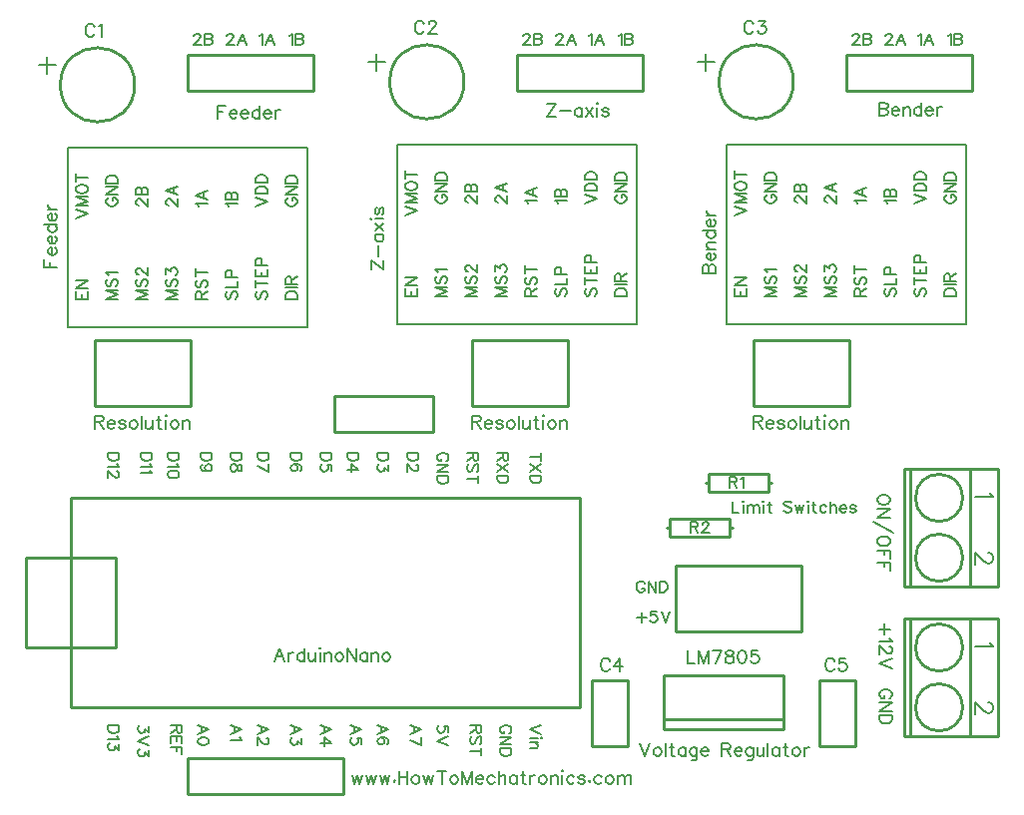
<source format=gto>
G04 ---------------------------- Layer name :TOP SILK LAYER*
G04 EasyEDA v5.7.26, Sat, 13 Oct 2018 08:52:39 GMT*
G04 b01a3295a99c462aa78e2ea4a40ec62e*
G04 Gerber Generator version 0.2*
G04 Scale: 100 percent, Rotated: No, Reflected: No *
G04 Dimensions in millimeters *
G04 leading zeros omitted , absolute positions ,3 integer and 3 decimal *
%FSLAX33Y33*%
%MOMM*%
G90*
G71D02*

%ADD10C,0.254000*%
%ADD25C,0.127000*%
%ADD26C,0.177800*%
%ADD27C,0.203200*%
%ADD28C,0.180000*%

%LPD*%
G54D25*
G01X25908Y56388D02*
G01X25908Y41148D01*
G01X5588Y41148D01*
G01X5588Y56388D01*
G01X25908Y56388D01*
G54D10*
G01X5842Y26670D02*
G01X5842Y8890D01*
G01X5842Y8890D02*
G01X49022Y8890D01*
G01X49022Y8890D02*
G01X49022Y26670D01*
G01X49022Y26670D02*
G01X5842Y26670D01*
G01X9652Y21590D02*
G01X2032Y21590D01*
G01X2032Y13970D01*
G01X9652Y13970D01*
G01X9652Y21590D01*
G54D25*
G01X53848Y56642D02*
G01X53848Y41402D01*
G01X33528Y41402D01*
G01X33528Y56642D01*
G01X53848Y56642D01*
G01X81788Y56642D02*
G01X81788Y41402D01*
G01X61468Y41402D01*
G01X61468Y56642D01*
G01X81788Y56642D01*
G54D10*
G01X84503Y29128D02*
G01X76502Y29128D01*
G01X84503Y19128D02*
G01X76502Y19128D01*
G01X76502Y29128D02*
G01X76502Y19128D01*
G01X84503Y29128D02*
G01X84503Y19128D01*
G01X77033Y29128D02*
G01X77033Y19128D01*
G01X82102Y29070D02*
G01X82102Y19189D01*
G01X84503Y16428D02*
G01X76502Y16428D01*
G01X84503Y6428D02*
G01X76502Y6428D01*
G01X76502Y16428D02*
G01X76502Y6428D01*
G01X84503Y16428D02*
G01X84503Y6428D01*
G01X77033Y16428D02*
G01X77033Y6428D01*
G01X82102Y16370D02*
G01X82102Y6489D01*
G01X61214Y7031D02*
G01X56113Y7031D01*
G01X56113Y7031D02*
G01X56113Y11482D01*
G01X61214Y7031D02*
G01X66314Y7031D01*
G01X66314Y7112D02*
G01X66314Y11562D01*
G01X56154Y11562D02*
G01X66314Y11562D01*
G01X56134Y7874D02*
G01X66294Y7874D01*
G01X66294Y7874D01*
G01X66294Y7874D01*
G01X59944Y28702D02*
G01X65024Y28702D01*
G01X65024Y28702D02*
G01X65024Y27940D01*
G01X65024Y27940D02*
G01X65024Y27178D01*
G01X65024Y27178D02*
G01X59944Y27178D01*
G01X59944Y27178D02*
G01X59944Y27940D01*
G01X59944Y27940D02*
G01X59944Y28702D01*
G01X65024Y27940D02*
G01X65278Y27940D01*
G01X59944Y27940D02*
G01X59690Y27940D01*
G01X56642Y24892D02*
G01X61722Y24892D01*
G01X61722Y24892D02*
G01X61722Y24130D01*
G01X61722Y24130D02*
G01X61722Y23368D01*
G01X61722Y23368D02*
G01X56642Y23368D01*
G01X56642Y23368D02*
G01X56642Y24130D01*
G01X56642Y24130D02*
G01X56642Y24892D01*
G01X61722Y24130D02*
G01X61976Y24130D01*
G01X56642Y24130D02*
G01X56388Y24130D01*
G01X57404Y20919D02*
G01X67818Y20919D01*
G01X67818Y15331D01*
G01X57150Y15331D01*
G01X57150Y20919D01*
G01X57404Y20919D01*
G01X28194Y35306D02*
G01X36576Y35306D01*
G01X36576Y32258D01*
G01X28194Y32258D01*
G01X28194Y35306D01*
G01X28194Y35306D01*
G01X28194Y35306D01*
G01X16002Y4572D02*
G01X28956Y4572D01*
G01X28956Y1524D01*
G01X15748Y1524D01*
G01X15748Y4572D01*
G01X16002Y4572D01*
G01X63754Y40045D02*
G01X71882Y40045D01*
G01X71882Y34457D01*
G01X63754Y34457D01*
G01X63754Y40045D01*
G01X39878Y40045D02*
G01X48006Y40045D01*
G01X48006Y34457D01*
G01X39878Y34457D01*
G01X39878Y40045D01*
G01X7874Y40045D02*
G01X16002Y40045D01*
G01X16002Y34457D01*
G01X7874Y34457D01*
G01X7874Y40045D01*
G01X71628Y64262D02*
G01X82296Y64262D01*
G01X82296Y61214D01*
G01X71628Y61214D01*
G01X71628Y64262D01*
G01X43688Y64262D02*
G01X54356Y64262D01*
G01X54356Y61214D01*
G01X43688Y61214D01*
G01X43688Y64262D01*
G01X15748Y64262D02*
G01X26416Y64262D01*
G01X26416Y61214D01*
G01X15748Y61214D01*
G01X15748Y64262D01*
G01X50038Y11176D02*
G01X53086Y11176D01*
G01X53086Y5588D01*
G01X50038Y5588D01*
G01X50038Y11176D01*
G01X69342Y11176D02*
G01X72390Y11176D01*
G01X72390Y5588D01*
G01X69342Y5588D01*
G01X69342Y11176D01*
G54D26*
G01X3556Y46263D02*
G01X4645Y46263D01*
G01X3556Y46263D02*
G01X3556Y46939D01*
G01X4074Y46263D02*
G01X4074Y46680D01*
G01X4229Y47282D02*
G01X4229Y47904D01*
G01X4127Y47904D01*
G01X4023Y47853D01*
G01X3970Y47800D01*
G01X3919Y47698D01*
G01X3919Y47541D01*
G01X3970Y47437D01*
G01X4074Y47332D01*
G01X4229Y47282D01*
G01X4333Y47282D01*
G01X4490Y47332D01*
G01X4594Y47437D01*
G01X4645Y47541D01*
G01X4645Y47698D01*
G01X4594Y47800D01*
G01X4490Y47904D01*
G01X4229Y48247D02*
G01X4229Y48872D01*
G01X4127Y48872D01*
G01X4023Y48818D01*
G01X3970Y48768D01*
G01X3919Y48663D01*
G01X3919Y48508D01*
G01X3970Y48404D01*
G01X4074Y48300D01*
G01X4229Y48247D01*
G01X4333Y48247D01*
G01X4490Y48300D01*
G01X4594Y48404D01*
G01X4645Y48508D01*
G01X4645Y48663D01*
G01X4594Y48768D01*
G01X4490Y48872D01*
G01X3556Y49837D02*
G01X4645Y49837D01*
G01X4074Y49837D02*
G01X3970Y49733D01*
G01X3919Y49629D01*
G01X3919Y49474D01*
G01X3970Y49369D01*
G01X4074Y49265D01*
G01X4229Y49215D01*
G01X4333Y49215D01*
G01X4490Y49265D01*
G01X4594Y49369D01*
G01X4645Y49474D01*
G01X4645Y49629D01*
G01X4594Y49733D01*
G01X4490Y49837D01*
G01X4229Y50180D02*
G01X4229Y50805D01*
G01X4127Y50805D01*
G01X4023Y50751D01*
G01X3970Y50700D01*
G01X3919Y50596D01*
G01X3919Y50441D01*
G01X3970Y50337D01*
G01X4074Y50233D01*
G01X4229Y50180D01*
G01X4333Y50180D01*
G01X4490Y50233D01*
G01X4594Y50337D01*
G01X4645Y50441D01*
G01X4645Y50596D01*
G01X4594Y50700D01*
G01X4490Y50805D01*
G01X3919Y51147D02*
G01X4645Y51147D01*
G01X4229Y51147D02*
G01X4074Y51198D01*
G01X3970Y51302D01*
G01X3919Y51407D01*
G01X3919Y51562D01*
G54D27*
G01X8844Y43561D02*
G01X9814Y43561D01*
G01X8844Y43561D02*
G01X9814Y43929D01*
G01X8844Y44300D02*
G01X9814Y43929D01*
G01X8844Y44300D02*
G01X9814Y44300D01*
G01X8981Y45250D02*
G01X8890Y45158D01*
G01X8844Y45021D01*
G01X8844Y44836D01*
G01X8890Y44696D01*
G01X8981Y44604D01*
G01X9075Y44604D01*
G01X9166Y44650D01*
G01X9212Y44696D01*
G01X9258Y44790D01*
G01X9352Y45067D01*
G01X9398Y45158D01*
G01X9443Y45204D01*
G01X9537Y45250D01*
G01X9674Y45250D01*
G01X9766Y45158D01*
G01X9814Y45021D01*
G01X9814Y44836D01*
G01X9766Y44696D01*
G01X9674Y44604D01*
G01X9029Y45554D02*
G01X8981Y45648D01*
G01X8844Y45786D01*
G01X9814Y45786D01*
G01X11384Y43561D02*
G01X12354Y43561D01*
G01X11384Y43561D02*
G01X12354Y43929D01*
G01X11384Y44300D02*
G01X12354Y43929D01*
G01X11384Y44300D02*
G01X12354Y44300D01*
G01X11521Y45250D02*
G01X11430Y45158D01*
G01X11384Y45021D01*
G01X11384Y44836D01*
G01X11430Y44696D01*
G01X11521Y44604D01*
G01X11615Y44604D01*
G01X11706Y44650D01*
G01X11752Y44696D01*
G01X11798Y44790D01*
G01X11892Y45067D01*
G01X11938Y45158D01*
G01X11983Y45204D01*
G01X12077Y45250D01*
G01X12214Y45250D01*
G01X12306Y45158D01*
G01X12354Y45021D01*
G01X12354Y44836D01*
G01X12306Y44696D01*
G01X12214Y44604D01*
G01X11615Y45603D02*
G01X11569Y45603D01*
G01X11475Y45648D01*
G01X11430Y45694D01*
G01X11384Y45786D01*
G01X11384Y45971D01*
G01X11430Y46062D01*
G01X11475Y46111D01*
G01X11569Y46156D01*
G01X11661Y46156D01*
G01X11752Y46111D01*
G01X11892Y46017D01*
G01X12354Y45554D01*
G01X12354Y46202D01*
G01X13924Y43561D02*
G01X14894Y43561D01*
G01X13924Y43561D02*
G01X14894Y43929D01*
G01X13924Y44300D02*
G01X14894Y43929D01*
G01X13924Y44300D02*
G01X14894Y44300D01*
G01X14061Y45250D02*
G01X13970Y45158D01*
G01X13924Y45021D01*
G01X13924Y44836D01*
G01X13970Y44696D01*
G01X14061Y44604D01*
G01X14155Y44604D01*
G01X14246Y44650D01*
G01X14292Y44696D01*
G01X14338Y44790D01*
G01X14432Y45067D01*
G01X14478Y45158D01*
G01X14523Y45204D01*
G01X14617Y45250D01*
G01X14754Y45250D01*
G01X14846Y45158D01*
G01X14894Y45021D01*
G01X14894Y44836D01*
G01X14846Y44696D01*
G01X14754Y44604D01*
G01X13924Y45648D02*
G01X13924Y46156D01*
G01X14292Y45880D01*
G01X14292Y46017D01*
G01X14338Y46111D01*
G01X14386Y46156D01*
G01X14523Y46202D01*
G01X14617Y46202D01*
G01X14754Y46156D01*
G01X14846Y46062D01*
G01X14894Y45925D01*
G01X14894Y45786D01*
G01X14846Y45648D01*
G01X14800Y45603D01*
G01X14709Y45554D01*
G01X21681Y44208D02*
G01X21590Y44114D01*
G01X21544Y43977D01*
G01X21544Y43792D01*
G01X21590Y43652D01*
G01X21681Y43561D01*
G01X21775Y43561D01*
G01X21866Y43606D01*
G01X21912Y43652D01*
G01X21958Y43746D01*
G01X22052Y44023D01*
G01X22098Y44114D01*
G01X22143Y44160D01*
G01X22237Y44208D01*
G01X22374Y44208D01*
G01X22466Y44114D01*
G01X22514Y43977D01*
G01X22514Y43792D01*
G01X22466Y43652D01*
G01X22374Y43561D01*
G01X21544Y44836D02*
G01X22514Y44836D01*
G01X21544Y44513D02*
G01X21544Y45158D01*
G01X21544Y45463D02*
G01X22514Y45463D01*
G01X21544Y45463D02*
G01X21544Y46062D01*
G01X22006Y45463D02*
G01X22006Y45834D01*
G01X22514Y45463D02*
G01X22514Y46062D01*
G01X21544Y46367D02*
G01X22514Y46367D01*
G01X21544Y46367D02*
G01X21544Y46784D01*
G01X21590Y46923D01*
G01X21635Y46969D01*
G01X21729Y47015D01*
G01X21866Y47015D01*
G01X21958Y46969D01*
G01X22006Y46923D01*
G01X22052Y46784D01*
G01X22052Y46367D01*
G01X24084Y43561D02*
G01X25054Y43561D01*
G01X24084Y43561D02*
G01X24084Y43883D01*
G01X24130Y44023D01*
G01X24221Y44114D01*
G01X24315Y44160D01*
G01X24452Y44208D01*
G01X24683Y44208D01*
G01X24823Y44160D01*
G01X24914Y44114D01*
G01X25006Y44023D01*
G01X25054Y43883D01*
G01X25054Y43561D01*
G01X24084Y44513D02*
G01X25054Y44513D01*
G01X24084Y44818D02*
G01X25054Y44818D01*
G01X24084Y44818D02*
G01X24084Y45232D01*
G01X24130Y45372D01*
G01X24175Y45417D01*
G01X24269Y45463D01*
G01X24361Y45463D01*
G01X24452Y45417D01*
G01X24498Y45372D01*
G01X24546Y45232D01*
G01X24546Y44818D01*
G01X24546Y45140D02*
G01X25054Y45463D01*
G01X24315Y52128D02*
G01X24221Y52082D01*
G01X24130Y51988D01*
G01X24084Y51897D01*
G01X24084Y51711D01*
G01X24130Y51620D01*
G01X24221Y51526D01*
G01X24315Y51480D01*
G01X24452Y51435D01*
G01X24683Y51435D01*
G01X24823Y51480D01*
G01X24914Y51526D01*
G01X25006Y51620D01*
G01X25054Y51711D01*
G01X25054Y51897D01*
G01X25006Y51988D01*
G01X24914Y52082D01*
G01X24823Y52128D01*
G01X24683Y52128D01*
G01X24683Y51897D02*
G01X24683Y52128D01*
G01X24084Y52433D02*
G01X25054Y52433D01*
G01X24084Y52433D02*
G01X25054Y53078D01*
G01X24084Y53078D02*
G01X25054Y53078D01*
G01X24084Y53383D02*
G01X25054Y53383D01*
G01X24084Y53383D02*
G01X24084Y53708D01*
G01X24130Y53845D01*
G01X24221Y53936D01*
G01X24315Y53985D01*
G01X24452Y54030D01*
G01X24683Y54030D01*
G01X24823Y53985D01*
G01X24914Y53936D01*
G01X25006Y53845D01*
G01X25054Y53708D01*
G01X25054Y53383D01*
G01X21544Y51435D02*
G01X22514Y51803D01*
G01X21544Y52174D02*
G01X22514Y51803D01*
G01X21544Y52478D02*
G01X22514Y52478D01*
G01X21544Y52478D02*
G01X21544Y52801D01*
G01X21590Y52941D01*
G01X21681Y53032D01*
G01X21775Y53078D01*
G01X21912Y53124D01*
G01X22143Y53124D01*
G01X22283Y53078D01*
G01X22374Y53032D01*
G01X22466Y52941D01*
G01X22514Y52801D01*
G01X22514Y52478D01*
G01X21544Y53428D02*
G01X22514Y53428D01*
G01X21544Y53428D02*
G01X21544Y53754D01*
G01X21590Y53891D01*
G01X21681Y53985D01*
G01X21775Y54030D01*
G01X21912Y54076D01*
G01X22143Y54076D01*
G01X22283Y54030D01*
G01X22374Y53985D01*
G01X22466Y53891D01*
G01X22514Y53754D01*
G01X22514Y53428D01*
G01X19189Y51435D02*
G01X19141Y51526D01*
G01X19004Y51666D01*
G01X19974Y51666D01*
G01X19004Y51970D02*
G01X19974Y51970D01*
G01X19004Y51970D02*
G01X19004Y52387D01*
G01X19050Y52524D01*
G01X19095Y52570D01*
G01X19189Y52616D01*
G01X19281Y52616D01*
G01X19372Y52570D01*
G01X19418Y52524D01*
G01X19466Y52387D01*
G01X19466Y51970D02*
G01X19466Y52387D01*
G01X19512Y52524D01*
G01X19558Y52570D01*
G01X19649Y52616D01*
G01X19789Y52616D01*
G01X19880Y52570D01*
G01X19926Y52524D01*
G01X19974Y52387D01*
G01X19974Y51970D01*
G01X16649Y51435D02*
G01X16601Y51526D01*
G01X16464Y51666D01*
G01X17434Y51666D01*
G01X16464Y52339D02*
G01X17434Y51970D01*
G01X16464Y52339D02*
G01X17434Y52710D01*
G01X17109Y52108D02*
G01X17109Y52570D01*
G01X14155Y51480D02*
G01X14109Y51480D01*
G01X14015Y51526D01*
G01X13970Y51574D01*
G01X13924Y51666D01*
G01X13924Y51851D01*
G01X13970Y51943D01*
G01X14015Y51988D01*
G01X14109Y52034D01*
G01X14201Y52034D01*
G01X14292Y51988D01*
G01X14432Y51897D01*
G01X14894Y51435D01*
G01X14894Y52082D01*
G01X13924Y52755D02*
G01X14894Y52387D01*
G01X13924Y52755D02*
G01X14894Y53124D01*
G01X14569Y52524D02*
G01X14569Y52986D01*
G01X11615Y51480D02*
G01X11569Y51480D01*
G01X11475Y51526D01*
G01X11430Y51574D01*
G01X11384Y51666D01*
G01X11384Y51851D01*
G01X11430Y51943D01*
G01X11475Y51988D01*
G01X11569Y52034D01*
G01X11661Y52034D01*
G01X11752Y51988D01*
G01X11892Y51897D01*
G01X12354Y51435D01*
G01X12354Y52082D01*
G01X11384Y52387D02*
G01X12354Y52387D01*
G01X11384Y52387D02*
G01X11384Y52801D01*
G01X11430Y52941D01*
G01X11475Y52986D01*
G01X11569Y53032D01*
G01X11661Y53032D01*
G01X11752Y52986D01*
G01X11798Y52941D01*
G01X11846Y52801D01*
G01X11846Y52387D02*
G01X11846Y52801D01*
G01X11892Y52941D01*
G01X11938Y52986D01*
G01X12029Y53032D01*
G01X12169Y53032D01*
G01X12260Y52986D01*
G01X12306Y52941D01*
G01X12354Y52801D01*
G01X12354Y52387D01*
G01X9075Y52128D02*
G01X8981Y52082D01*
G01X8890Y51988D01*
G01X8844Y51897D01*
G01X8844Y51711D01*
G01X8890Y51620D01*
G01X8981Y51526D01*
G01X9075Y51480D01*
G01X9212Y51435D01*
G01X9443Y51435D01*
G01X9583Y51480D01*
G01X9674Y51526D01*
G01X9766Y51620D01*
G01X9814Y51711D01*
G01X9814Y51897D01*
G01X9766Y51988D01*
G01X9674Y52082D01*
G01X9583Y52128D01*
G01X9443Y52128D01*
G01X9443Y51897D02*
G01X9443Y52128D01*
G01X8844Y52433D02*
G01X9814Y52433D01*
G01X8844Y52433D02*
G01X9814Y53078D01*
G01X8844Y53078D02*
G01X9814Y53078D01*
G01X8844Y53383D02*
G01X9814Y53383D01*
G01X8844Y53383D02*
G01X8844Y53708D01*
G01X8890Y53845D01*
G01X8981Y53936D01*
G01X9075Y53985D01*
G01X9212Y54030D01*
G01X9443Y54030D01*
G01X9583Y53985D01*
G01X9674Y53936D01*
G01X9766Y53845D01*
G01X9814Y53708D01*
G01X9814Y53383D01*
G01X6304Y50419D02*
G01X7274Y50787D01*
G01X6304Y51158D02*
G01X7274Y50787D01*
G01X6304Y51462D02*
G01X7274Y51462D01*
G01X6304Y51462D02*
G01X7274Y51831D01*
G01X6304Y52202D02*
G01X7274Y51831D01*
G01X6304Y52202D02*
G01X7274Y52202D01*
G01X6304Y52783D02*
G01X6350Y52692D01*
G01X6441Y52598D01*
G01X6535Y52552D01*
G01X6672Y52506D01*
G01X6903Y52506D01*
G01X7043Y52552D01*
G01X7134Y52598D01*
G01X7226Y52692D01*
G01X7274Y52783D01*
G01X7274Y52969D01*
G01X7226Y53060D01*
G01X7134Y53152D01*
G01X7043Y53200D01*
G01X6903Y53246D01*
G01X6672Y53246D01*
G01X6535Y53200D01*
G01X6441Y53152D01*
G01X6350Y53060D01*
G01X6304Y52969D01*
G01X6304Y52783D01*
G01X6304Y53873D02*
G01X7274Y53873D01*
G01X6304Y53550D02*
G01X6304Y54195D01*
G01X6304Y43561D02*
G01X7274Y43561D01*
G01X6304Y43561D02*
G01X6304Y44160D01*
G01X6766Y43561D02*
G01X6766Y43929D01*
G01X7274Y43561D02*
G01X7274Y44160D01*
G01X6304Y44465D02*
G01X7274Y44465D01*
G01X6304Y44465D02*
G01X7274Y45112D01*
G01X6304Y45112D02*
G01X7274Y45112D01*
G01X16464Y43561D02*
G01X17434Y43561D01*
G01X16464Y43561D02*
G01X16464Y43977D01*
G01X16510Y44114D01*
G01X16555Y44160D01*
G01X16649Y44208D01*
G01X16741Y44208D01*
G01X16832Y44160D01*
G01X16878Y44114D01*
G01X16926Y43977D01*
G01X16926Y43561D01*
G01X16926Y43883D02*
G01X17434Y44208D01*
G01X16601Y45158D02*
G01X16510Y45067D01*
G01X16464Y44927D01*
G01X16464Y44742D01*
G01X16510Y44604D01*
G01X16601Y44513D01*
G01X16695Y44513D01*
G01X16786Y44559D01*
G01X16832Y44604D01*
G01X16878Y44696D01*
G01X16972Y44973D01*
G01X17018Y45067D01*
G01X17063Y45112D01*
G01X17157Y45158D01*
G01X17294Y45158D01*
G01X17386Y45067D01*
G01X17434Y44927D01*
G01X17434Y44742D01*
G01X17386Y44604D01*
G01X17294Y44513D01*
G01X16464Y45786D02*
G01X17434Y45786D01*
G01X16464Y45463D02*
G01X16464Y46111D01*
G01X19141Y44208D02*
G01X19050Y44114D01*
G01X19004Y43977D01*
G01X19004Y43792D01*
G01X19050Y43652D01*
G01X19141Y43561D01*
G01X19235Y43561D01*
G01X19326Y43606D01*
G01X19372Y43652D01*
G01X19418Y43746D01*
G01X19512Y44023D01*
G01X19558Y44114D01*
G01X19603Y44160D01*
G01X19697Y44208D01*
G01X19834Y44208D01*
G01X19926Y44114D01*
G01X19974Y43977D01*
G01X19974Y43792D01*
G01X19926Y43652D01*
G01X19834Y43561D01*
G01X19004Y44513D02*
G01X19974Y44513D01*
G01X19974Y44513D02*
G01X19974Y45067D01*
G01X19004Y45372D02*
G01X19974Y45372D01*
G01X19004Y45372D02*
G01X19004Y45786D01*
G01X19050Y45925D01*
G01X19095Y45971D01*
G01X19189Y46017D01*
G01X19326Y46017D01*
G01X19418Y45971D01*
G01X19466Y45925D01*
G01X19512Y45786D01*
G01X19512Y45372D01*
G54D26*
G01X23530Y13916D02*
G01X23114Y12827D01*
G01X23530Y13916D02*
G01X23944Y12827D01*
G01X23268Y13190D02*
G01X23789Y13190D01*
G01X24287Y13553D02*
G01X24287Y12827D01*
G01X24287Y13243D02*
G01X24340Y13398D01*
G01X24444Y13502D01*
G01X24549Y13553D01*
G01X24704Y13553D01*
G01X25669Y13916D02*
G01X25669Y12827D01*
G01X25669Y13398D02*
G01X25565Y13502D01*
G01X25463Y13553D01*
G01X25306Y13553D01*
G01X25201Y13502D01*
G01X25097Y13398D01*
G01X25046Y13243D01*
G01X25046Y13139D01*
G01X25097Y12981D01*
G01X25201Y12877D01*
G01X25306Y12827D01*
G01X25463Y12827D01*
G01X25565Y12877D01*
G01X25669Y12981D01*
G01X26012Y13553D02*
G01X26012Y13035D01*
G01X26065Y12877D01*
G01X26169Y12827D01*
G01X26324Y12827D01*
G01X26428Y12877D01*
G01X26583Y13035D01*
G01X26583Y13553D02*
G01X26583Y12827D01*
G01X26926Y13916D02*
G01X26979Y13865D01*
G01X27030Y13916D01*
G01X26979Y13970D01*
G01X26926Y13916D01*
G01X26979Y13553D02*
G01X26979Y12827D01*
G01X27373Y13553D02*
G01X27373Y12827D01*
G01X27373Y13345D02*
G01X27531Y13502D01*
G01X27635Y13553D01*
G01X27790Y13553D01*
G01X27894Y13502D01*
G01X27945Y13345D01*
G01X27945Y12827D01*
G01X28549Y13553D02*
G01X28445Y13502D01*
G01X28341Y13398D01*
G01X28287Y13243D01*
G01X28287Y13139D01*
G01X28341Y12981D01*
G01X28445Y12877D01*
G01X28549Y12827D01*
G01X28704Y12827D01*
G01X28808Y12877D01*
G01X28912Y12981D01*
G01X28963Y13139D01*
G01X28963Y13243D01*
G01X28912Y13398D01*
G01X28808Y13502D01*
G01X28704Y13553D01*
G01X28549Y13553D01*
G01X29306Y13916D02*
G01X29306Y12827D01*
G01X29306Y13916D02*
G01X30035Y12827D01*
G01X30035Y13916D02*
G01X30035Y12827D01*
G01X31000Y13553D02*
G01X31000Y12827D01*
G01X31000Y13398D02*
G01X30896Y13502D01*
G01X30792Y13553D01*
G01X30637Y13553D01*
G01X30533Y13502D01*
G01X30429Y13398D01*
G01X30378Y13243D01*
G01X30378Y13139D01*
G01X30429Y12981D01*
G01X30533Y12877D01*
G01X30637Y12827D01*
G01X30792Y12827D01*
G01X30896Y12877D01*
G01X31000Y12981D01*
G01X31343Y13553D02*
G01X31343Y12827D01*
G01X31343Y13345D02*
G01X31498Y13502D01*
G01X31602Y13553D01*
G01X31760Y13553D01*
G01X31864Y13502D01*
G01X31915Y13345D01*
G01X31915Y12827D01*
G01X32517Y13553D02*
G01X32412Y13502D01*
G01X32308Y13398D01*
G01X32258Y13243D01*
G01X32258Y13139D01*
G01X32308Y12981D01*
G01X32412Y12877D01*
G01X32517Y12827D01*
G01X32674Y12827D01*
G01X32778Y12877D01*
G01X32880Y12981D01*
G01X32933Y13139D01*
G01X32933Y13243D01*
G01X32880Y13398D01*
G01X32778Y13502D01*
G01X32674Y13553D01*
G01X32517Y13553D01*
G54D27*
G01X45765Y30157D02*
G01X44795Y30157D01*
G01X45765Y30480D02*
G01X45765Y29832D01*
G01X45765Y29527D02*
G01X44795Y28882D01*
G01X45765Y28882D02*
G01X44795Y29527D01*
G01X45765Y28577D02*
G01X44795Y28577D01*
G01X45765Y28577D02*
G01X45765Y28254D01*
G01X45720Y28115D01*
G01X45628Y28023D01*
G01X45534Y27978D01*
G01X45397Y27929D01*
G01X45166Y27929D01*
G01X45026Y27978D01*
G01X44935Y28023D01*
G01X44843Y28115D01*
G01X44795Y28254D01*
G01X44795Y28577D01*
G01X42994Y6672D02*
G01X43088Y6718D01*
G01X43180Y6812D01*
G01X43225Y6903D01*
G01X43225Y7089D01*
G01X43180Y7180D01*
G01X43088Y7274D01*
G01X42994Y7320D01*
G01X42857Y7366D01*
G01X42626Y7366D01*
G01X42486Y7320D01*
G01X42395Y7274D01*
G01X42303Y7180D01*
G01X42255Y7089D01*
G01X42255Y6903D01*
G01X42303Y6812D01*
G01X42395Y6718D01*
G01X42486Y6672D01*
G01X42626Y6672D01*
G01X42626Y6903D02*
G01X42626Y6672D01*
G01X43225Y6367D02*
G01X42255Y6367D01*
G01X43225Y6367D02*
G01X42255Y5722D01*
G01X43225Y5722D02*
G01X42255Y5722D01*
G01X43225Y5417D02*
G01X42255Y5417D01*
G01X43225Y5417D02*
G01X43225Y5092D01*
G01X43180Y4955D01*
G01X43088Y4864D01*
G01X42994Y4815D01*
G01X42857Y4770D01*
G01X42626Y4770D01*
G01X42486Y4815D01*
G01X42395Y4864D01*
G01X42303Y4955D01*
G01X42255Y5092D01*
G01X42255Y5417D01*
G01X37891Y6812D02*
G01X37891Y7274D01*
G01X37477Y7320D01*
G01X37523Y7274D01*
G01X37569Y7134D01*
G01X37569Y6997D01*
G01X37523Y6858D01*
G01X37429Y6766D01*
G01X37292Y6718D01*
G01X37198Y6718D01*
G01X37061Y6766D01*
G01X36969Y6858D01*
G01X36921Y6997D01*
G01X36921Y7134D01*
G01X36969Y7274D01*
G01X37015Y7320D01*
G01X37106Y7366D01*
G01X37891Y6413D02*
G01X36921Y6045D01*
G01X37891Y5676D02*
G01X36921Y6045D01*
G01X9951Y30480D02*
G01X8981Y30480D01*
G01X9951Y30480D02*
G01X9951Y30157D01*
G01X9906Y30017D01*
G01X9814Y29926D01*
G01X9720Y29880D01*
G01X9583Y29832D01*
G01X9352Y29832D01*
G01X9212Y29880D01*
G01X9121Y29926D01*
G01X9029Y30017D01*
G01X8981Y30157D01*
G01X8981Y30480D01*
G01X9766Y29527D02*
G01X9814Y29436D01*
G01X9951Y29298D01*
G01X8981Y29298D01*
G01X9720Y28945D02*
G01X9766Y28945D01*
G01X9860Y28900D01*
G01X9906Y28854D01*
G01X9951Y28762D01*
G01X9951Y28577D01*
G01X9906Y28486D01*
G01X9860Y28437D01*
G01X9766Y28392D01*
G01X9674Y28392D01*
G01X9583Y28437D01*
G01X9443Y28531D01*
G01X8981Y28994D01*
G01X8981Y28346D01*
G01X45765Y7366D02*
G01X44795Y6997D01*
G01X45765Y6626D02*
G01X44795Y6997D01*
G01X45765Y6322D02*
G01X45720Y6276D01*
G01X45765Y6230D01*
G01X45811Y6276D01*
G01X45765Y6322D01*
G01X45443Y6276D02*
G01X44795Y6276D01*
G01X45443Y5925D02*
G01X44795Y5925D01*
G01X45257Y5925D02*
G01X45397Y5786D01*
G01X45443Y5694D01*
G01X45443Y5554D01*
G01X45397Y5463D01*
G01X45257Y5417D01*
G01X44795Y5417D01*
G01X9951Y7366D02*
G01X8981Y7366D01*
G01X9951Y7366D02*
G01X9951Y7043D01*
G01X9906Y6903D01*
G01X9814Y6812D01*
G01X9720Y6766D01*
G01X9583Y6718D01*
G01X9352Y6718D01*
G01X9212Y6766D01*
G01X9121Y6812D01*
G01X9029Y6903D01*
G01X8981Y7043D01*
G01X8981Y7366D01*
G01X9766Y6413D02*
G01X9814Y6322D01*
G01X9951Y6184D01*
G01X8981Y6184D01*
G01X9951Y5786D02*
G01X9951Y5278D01*
G01X9583Y5554D01*
G01X9583Y5417D01*
G01X9537Y5323D01*
G01X9489Y5278D01*
G01X9352Y5232D01*
G01X9258Y5232D01*
G01X9121Y5278D01*
G01X9029Y5372D01*
G01X8981Y5509D01*
G01X8981Y5648D01*
G01X9029Y5786D01*
G01X9075Y5831D01*
G01X9166Y5880D01*
G01X37660Y29786D02*
G01X37754Y29832D01*
G01X37846Y29926D01*
G01X37891Y30017D01*
G01X37891Y30203D01*
G01X37846Y30294D01*
G01X37754Y30388D01*
G01X37660Y30434D01*
G01X37523Y30480D01*
G01X37292Y30480D01*
G01X37152Y30434D01*
G01X37061Y30388D01*
G01X36969Y30294D01*
G01X36921Y30203D01*
G01X36921Y30017D01*
G01X36969Y29926D01*
G01X37061Y29832D01*
G01X37152Y29786D01*
G01X37292Y29786D01*
G01X37292Y30017D02*
G01X37292Y29786D01*
G01X37891Y29481D02*
G01X36921Y29481D01*
G01X37891Y29481D02*
G01X36921Y28836D01*
G01X37891Y28836D02*
G01X36921Y28836D01*
G01X37891Y28531D02*
G01X36921Y28531D01*
G01X37891Y28531D02*
G01X37891Y28206D01*
G01X37846Y28069D01*
G01X37754Y27978D01*
G01X37660Y27929D01*
G01X37523Y27884D01*
G01X37292Y27884D01*
G01X37152Y27929D01*
G01X37061Y27978D01*
G01X36969Y28069D01*
G01X36921Y28206D01*
G01X36921Y28531D01*
G01X42971Y30480D02*
G01X42001Y30480D01*
G01X42971Y30480D02*
G01X42971Y30063D01*
G01X42926Y29926D01*
G01X42880Y29880D01*
G01X42786Y29832D01*
G01X42694Y29832D01*
G01X42603Y29880D01*
G01X42557Y29926D01*
G01X42509Y30063D01*
G01X42509Y30480D01*
G01X42509Y30157D02*
G01X42001Y29832D01*
G01X42971Y29527D02*
G01X42001Y28882D01*
G01X42971Y28882D02*
G01X42001Y29527D01*
G01X42971Y28577D02*
G01X42001Y28577D01*
G01X42971Y28577D02*
G01X42971Y28254D01*
G01X42926Y28115D01*
G01X42834Y28023D01*
G01X42740Y27978D01*
G01X42603Y27929D01*
G01X42372Y27929D01*
G01X42232Y27978D01*
G01X42141Y28023D01*
G01X42049Y28115D01*
G01X42001Y28254D01*
G01X42001Y28577D01*
G01X40431Y30480D02*
G01X39461Y30480D01*
G01X40431Y30480D02*
G01X40431Y30063D01*
G01X40386Y29926D01*
G01X40340Y29880D01*
G01X40246Y29832D01*
G01X40154Y29832D01*
G01X40063Y29880D01*
G01X40017Y29926D01*
G01X39969Y30063D01*
G01X39969Y30480D01*
G01X39969Y30157D02*
G01X39461Y29832D01*
G01X40294Y28882D02*
G01X40386Y28973D01*
G01X40431Y29113D01*
G01X40431Y29298D01*
G01X40386Y29436D01*
G01X40294Y29527D01*
G01X40200Y29527D01*
G01X40109Y29481D01*
G01X40063Y29436D01*
G01X40017Y29344D01*
G01X39923Y29067D01*
G01X39878Y28973D01*
G01X39832Y28928D01*
G01X39738Y28882D01*
G01X39601Y28882D01*
G01X39509Y28973D01*
G01X39461Y29113D01*
G01X39461Y29298D01*
G01X39509Y29436D01*
G01X39601Y29527D01*
G01X40431Y28254D02*
G01X39461Y28254D01*
G01X40431Y28577D02*
G01X40431Y27929D01*
G01X35351Y30480D02*
G01X34381Y30480D01*
G01X35351Y30480D02*
G01X35351Y30157D01*
G01X35306Y30017D01*
G01X35214Y29926D01*
G01X35120Y29880D01*
G01X34983Y29832D01*
G01X34752Y29832D01*
G01X34612Y29880D01*
G01X34521Y29926D01*
G01X34429Y30017D01*
G01X34381Y30157D01*
G01X34381Y30480D01*
G01X35120Y29481D02*
G01X35166Y29481D01*
G01X35260Y29436D01*
G01X35306Y29390D01*
G01X35351Y29298D01*
G01X35351Y29113D01*
G01X35306Y29019D01*
G01X35260Y28973D01*
G01X35166Y28928D01*
G01X35074Y28928D01*
G01X34983Y28973D01*
G01X34843Y29067D01*
G01X34381Y29527D01*
G01X34381Y28882D01*
G01X32811Y30480D02*
G01X31841Y30480D01*
G01X32811Y30480D02*
G01X32811Y30157D01*
G01X32766Y30017D01*
G01X32674Y29926D01*
G01X32580Y29880D01*
G01X32443Y29832D01*
G01X32212Y29832D01*
G01X32072Y29880D01*
G01X31981Y29926D01*
G01X31889Y30017D01*
G01X31841Y30157D01*
G01X31841Y30480D01*
G01X32811Y29436D02*
G01X32811Y28928D01*
G01X32443Y29204D01*
G01X32443Y29067D01*
G01X32397Y28973D01*
G01X32349Y28928D01*
G01X32212Y28882D01*
G01X32118Y28882D01*
G01X31981Y28928D01*
G01X31889Y29019D01*
G01X31841Y29159D01*
G01X31841Y29298D01*
G01X31889Y29436D01*
G01X31935Y29481D01*
G01X32026Y29527D01*
G01X30271Y30480D02*
G01X29301Y30480D01*
G01X30271Y30480D02*
G01X30271Y30157D01*
G01X30226Y30017D01*
G01X30134Y29926D01*
G01X30040Y29880D01*
G01X29903Y29832D01*
G01X29672Y29832D01*
G01X29532Y29880D01*
G01X29441Y29926D01*
G01X29349Y30017D01*
G01X29301Y30157D01*
G01X29301Y30480D01*
G01X30271Y29067D02*
G01X29626Y29527D01*
G01X29626Y28836D01*
G01X30271Y29067D02*
G01X29301Y29067D01*
G01X27985Y30480D02*
G01X27015Y30480D01*
G01X27985Y30480D02*
G01X27985Y30157D01*
G01X27940Y30017D01*
G01X27848Y29926D01*
G01X27754Y29880D01*
G01X27617Y29832D01*
G01X27386Y29832D01*
G01X27246Y29880D01*
G01X27155Y29926D01*
G01X27063Y30017D01*
G01X27015Y30157D01*
G01X27015Y30480D01*
G01X27985Y28973D02*
G01X27985Y29436D01*
G01X27571Y29481D01*
G01X27617Y29436D01*
G01X27663Y29298D01*
G01X27663Y29159D01*
G01X27617Y29019D01*
G01X27523Y28928D01*
G01X27386Y28882D01*
G01X27292Y28882D01*
G01X27155Y28928D01*
G01X27063Y29019D01*
G01X27015Y29159D01*
G01X27015Y29298D01*
G01X27063Y29436D01*
G01X27109Y29481D01*
G01X27200Y29527D01*
G01X25445Y30480D02*
G01X24475Y30480D01*
G01X25445Y30480D02*
G01X25445Y30157D01*
G01X25400Y30017D01*
G01X25308Y29926D01*
G01X25214Y29880D01*
G01X25077Y29832D01*
G01X24846Y29832D01*
G01X24706Y29880D01*
G01X24615Y29926D01*
G01X24523Y30017D01*
G01X24475Y30157D01*
G01X24475Y30480D01*
G01X25308Y28973D02*
G01X25400Y29019D01*
G01X25445Y29159D01*
G01X25445Y29250D01*
G01X25400Y29390D01*
G01X25260Y29481D01*
G01X25031Y29527D01*
G01X24800Y29527D01*
G01X24615Y29481D01*
G01X24523Y29390D01*
G01X24475Y29250D01*
G01X24475Y29204D01*
G01X24523Y29067D01*
G01X24615Y28973D01*
G01X24752Y28928D01*
G01X24800Y28928D01*
G01X24937Y28973D01*
G01X25031Y29067D01*
G01X25077Y29204D01*
G01X25077Y29250D01*
G01X25031Y29390D01*
G01X24937Y29481D01*
G01X24800Y29527D01*
G01X22651Y30480D02*
G01X21681Y30480D01*
G01X22651Y30480D02*
G01X22651Y30157D01*
G01X22606Y30017D01*
G01X22514Y29926D01*
G01X22420Y29880D01*
G01X22283Y29832D01*
G01X22052Y29832D01*
G01X21912Y29880D01*
G01X21821Y29926D01*
G01X21729Y30017D01*
G01X21681Y30157D01*
G01X21681Y30480D01*
G01X22651Y28882D02*
G01X21681Y29344D01*
G01X22651Y29527D02*
G01X22651Y28882D01*
G01X20365Y30480D02*
G01X19395Y30480D01*
G01X20365Y30480D02*
G01X20365Y30157D01*
G01X20320Y30017D01*
G01X20228Y29926D01*
G01X20134Y29880D01*
G01X19997Y29832D01*
G01X19766Y29832D01*
G01X19626Y29880D01*
G01X19535Y29926D01*
G01X19443Y30017D01*
G01X19395Y30157D01*
G01X19395Y30480D01*
G01X20365Y29298D02*
G01X20320Y29436D01*
G01X20228Y29481D01*
G01X20134Y29481D01*
G01X20043Y29436D01*
G01X19997Y29344D01*
G01X19951Y29159D01*
G01X19903Y29019D01*
G01X19812Y28928D01*
G01X19720Y28882D01*
G01X19580Y28882D01*
G01X19489Y28928D01*
G01X19443Y28973D01*
G01X19395Y29113D01*
G01X19395Y29298D01*
G01X19443Y29436D01*
G01X19489Y29481D01*
G01X19580Y29527D01*
G01X19720Y29527D01*
G01X19812Y29481D01*
G01X19903Y29390D01*
G01X19951Y29250D01*
G01X19997Y29067D01*
G01X20043Y28973D01*
G01X20134Y28928D01*
G01X20228Y28928D01*
G01X20320Y28973D01*
G01X20365Y29113D01*
G01X20365Y29298D01*
G01X17825Y30480D02*
G01X16855Y30480D01*
G01X17825Y30480D02*
G01X17825Y30157D01*
G01X17780Y30017D01*
G01X17688Y29926D01*
G01X17594Y29880D01*
G01X17457Y29832D01*
G01X17226Y29832D01*
G01X17086Y29880D01*
G01X16995Y29926D01*
G01X16903Y30017D01*
G01X16855Y30157D01*
G01X16855Y30480D01*
G01X17503Y28928D02*
G01X17363Y28973D01*
G01X17272Y29067D01*
G01X17226Y29204D01*
G01X17226Y29250D01*
G01X17272Y29390D01*
G01X17363Y29481D01*
G01X17503Y29527D01*
G01X17548Y29527D01*
G01X17688Y29481D01*
G01X17780Y29390D01*
G01X17825Y29250D01*
G01X17825Y29204D01*
G01X17780Y29067D01*
G01X17688Y28973D01*
G01X17503Y28928D01*
G01X17272Y28928D01*
G01X17040Y28973D01*
G01X16903Y29067D01*
G01X16855Y29204D01*
G01X16855Y29298D01*
G01X16903Y29436D01*
G01X16995Y29481D01*
G01X15031Y30480D02*
G01X14061Y30480D01*
G01X15031Y30480D02*
G01X15031Y30157D01*
G01X14986Y30017D01*
G01X14894Y29926D01*
G01X14800Y29880D01*
G01X14663Y29832D01*
G01X14432Y29832D01*
G01X14292Y29880D01*
G01X14201Y29926D01*
G01X14109Y30017D01*
G01X14061Y30157D01*
G01X14061Y30480D01*
G01X14846Y29527D02*
G01X14894Y29436D01*
G01X15031Y29298D01*
G01X14061Y29298D01*
G01X15031Y28714D02*
G01X14986Y28854D01*
G01X14846Y28945D01*
G01X14617Y28994D01*
G01X14478Y28994D01*
G01X14246Y28945D01*
G01X14109Y28854D01*
G01X14061Y28714D01*
G01X14061Y28623D01*
G01X14109Y28486D01*
G01X14246Y28392D01*
G01X14478Y28346D01*
G01X14617Y28346D01*
G01X14846Y28392D01*
G01X14986Y28486D01*
G01X15031Y28623D01*
G01X15031Y28714D01*
G01X12745Y30480D02*
G01X11775Y30480D01*
G01X12745Y30480D02*
G01X12745Y30157D01*
G01X12700Y30017D01*
G01X12608Y29926D01*
G01X12514Y29880D01*
G01X12377Y29832D01*
G01X12146Y29832D01*
G01X12006Y29880D01*
G01X11915Y29926D01*
G01X11823Y30017D01*
G01X11775Y30157D01*
G01X11775Y30480D01*
G01X12560Y29527D02*
G01X12608Y29436D01*
G01X12745Y29298D01*
G01X11775Y29298D01*
G01X12560Y28994D02*
G01X12608Y28900D01*
G01X12745Y28762D01*
G01X11775Y28762D01*
G01X12491Y7274D02*
G01X12491Y6766D01*
G01X12123Y7043D01*
G01X12123Y6903D01*
G01X12077Y6812D01*
G01X12029Y6766D01*
G01X11892Y6718D01*
G01X11798Y6718D01*
G01X11661Y6766D01*
G01X11569Y6858D01*
G01X11521Y6997D01*
G01X11521Y7134D01*
G01X11569Y7274D01*
G01X11615Y7320D01*
G01X11706Y7366D01*
G01X12491Y6413D02*
G01X11521Y6045D01*
G01X12491Y5676D02*
G01X11521Y6045D01*
G01X12491Y5278D02*
G01X12491Y4770D01*
G01X12123Y5046D01*
G01X12123Y4909D01*
G01X12077Y4815D01*
G01X12029Y4770D01*
G01X11892Y4724D01*
G01X11798Y4724D01*
G01X11661Y4770D01*
G01X11569Y4864D01*
G01X11521Y5001D01*
G01X11521Y5140D01*
G01X11569Y5278D01*
G01X11615Y5323D01*
G01X11706Y5372D01*
G01X15285Y7366D02*
G01X14315Y7366D01*
G01X15285Y7366D02*
G01X15285Y6949D01*
G01X15240Y6812D01*
G01X15194Y6766D01*
G01X15100Y6718D01*
G01X15008Y6718D01*
G01X14917Y6766D01*
G01X14871Y6812D01*
G01X14823Y6949D01*
G01X14823Y7366D01*
G01X14823Y7043D02*
G01X14315Y6718D01*
G01X15285Y6413D02*
G01X14315Y6413D01*
G01X15285Y6413D02*
G01X15285Y5814D01*
G01X14823Y6413D02*
G01X14823Y6045D01*
G01X14315Y6413D02*
G01X14315Y5814D01*
G01X15285Y5509D02*
G01X14315Y5509D01*
G01X15285Y5509D02*
G01X15285Y4909D01*
G01X14823Y5509D02*
G01X14823Y5140D01*
G01X17571Y6997D02*
G01X16601Y7366D01*
G01X17571Y6997D02*
G01X16601Y6626D01*
G01X16926Y7226D02*
G01X16926Y6766D01*
G01X17571Y6045D02*
G01X17526Y6184D01*
G01X17386Y6276D01*
G01X17157Y6322D01*
G01X17018Y6322D01*
G01X16786Y6276D01*
G01X16649Y6184D01*
G01X16601Y6045D01*
G01X16601Y5953D01*
G01X16649Y5814D01*
G01X16786Y5722D01*
G01X17018Y5676D01*
G01X17157Y5676D01*
G01X17386Y5722D01*
G01X17526Y5814D01*
G01X17571Y5953D01*
G01X17571Y6045D01*
G01X20365Y6997D02*
G01X19395Y7366D01*
G01X20365Y6997D02*
G01X19395Y6626D01*
G01X19720Y7226D02*
G01X19720Y6766D01*
G01X20180Y6322D02*
G01X20228Y6230D01*
G01X20365Y6090D01*
G01X19395Y6090D01*
G01X22651Y6997D02*
G01X21681Y7366D01*
G01X22651Y6997D02*
G01X21681Y6626D01*
G01X22006Y7226D02*
G01X22006Y6766D01*
G01X22420Y6276D02*
G01X22466Y6276D01*
G01X22560Y6230D01*
G01X22606Y6184D01*
G01X22651Y6090D01*
G01X22651Y5905D01*
G01X22606Y5814D01*
G01X22560Y5768D01*
G01X22466Y5722D01*
G01X22374Y5722D01*
G01X22283Y5768D01*
G01X22143Y5859D01*
G01X21681Y6322D01*
G01X21681Y5676D01*
G01X25445Y6997D02*
G01X24475Y7366D01*
G01X25445Y6997D02*
G01X24475Y6626D01*
G01X24800Y7226D02*
G01X24800Y6766D01*
G01X25445Y6230D02*
G01X25445Y5722D01*
G01X25077Y5999D01*
G01X25077Y5859D01*
G01X25031Y5768D01*
G01X24983Y5722D01*
G01X24846Y5676D01*
G01X24752Y5676D01*
G01X24615Y5722D01*
G01X24523Y5814D01*
G01X24475Y5953D01*
G01X24475Y6090D01*
G01X24523Y6230D01*
G01X24569Y6276D01*
G01X24660Y6322D01*
G01X27985Y6997D02*
G01X27015Y7366D01*
G01X27985Y6997D02*
G01X27015Y6626D01*
G01X27340Y7226D02*
G01X27340Y6766D01*
G01X27985Y5859D02*
G01X27340Y6322D01*
G01X27340Y5628D01*
G01X27985Y5859D02*
G01X27015Y5859D01*
G01X30525Y6997D02*
G01X29555Y7366D01*
G01X30525Y6997D02*
G01X29555Y6626D01*
G01X29880Y7226D02*
G01X29880Y6766D01*
G01X30525Y5768D02*
G01X30525Y6230D01*
G01X30111Y6276D01*
G01X30157Y6230D01*
G01X30203Y6090D01*
G01X30203Y5953D01*
G01X30157Y5814D01*
G01X30063Y5722D01*
G01X29926Y5676D01*
G01X29832Y5676D01*
G01X29695Y5722D01*
G01X29603Y5814D01*
G01X29555Y5953D01*
G01X29555Y6090D01*
G01X29603Y6230D01*
G01X29649Y6276D01*
G01X29740Y6322D01*
G01X32811Y6997D02*
G01X31841Y7366D01*
G01X32811Y6997D02*
G01X31841Y6626D01*
G01X32166Y7226D02*
G01X32166Y6766D01*
G01X32674Y5768D02*
G01X32766Y5814D01*
G01X32811Y5953D01*
G01X32811Y6045D01*
G01X32766Y6184D01*
G01X32626Y6276D01*
G01X32397Y6322D01*
G01X32166Y6322D01*
G01X31981Y6276D01*
G01X31889Y6184D01*
G01X31841Y6045D01*
G01X31841Y5999D01*
G01X31889Y5859D01*
G01X31981Y5768D01*
G01X32118Y5722D01*
G01X32166Y5722D01*
G01X32303Y5768D01*
G01X32397Y5859D01*
G01X32443Y5999D01*
G01X32443Y6045D01*
G01X32397Y6184D01*
G01X32303Y6276D01*
G01X32166Y6322D01*
G01X35605Y6997D02*
G01X34635Y7366D01*
G01X35605Y6997D02*
G01X34635Y6626D01*
G01X34960Y7226D02*
G01X34960Y6766D01*
G01X35605Y5676D02*
G01X34635Y6136D01*
G01X35605Y6322D02*
G01X35605Y5676D01*
G01X40685Y7366D02*
G01X39715Y7366D01*
G01X40685Y7366D02*
G01X40685Y6949D01*
G01X40640Y6812D01*
G01X40594Y6766D01*
G01X40500Y6718D01*
G01X40408Y6718D01*
G01X40317Y6766D01*
G01X40271Y6812D01*
G01X40223Y6949D01*
G01X40223Y7366D01*
G01X40223Y7043D02*
G01X39715Y6718D01*
G01X40548Y5768D02*
G01X40640Y5859D01*
G01X40685Y5999D01*
G01X40685Y6184D01*
G01X40640Y6322D01*
G01X40548Y6413D01*
G01X40454Y6413D01*
G01X40363Y6367D01*
G01X40317Y6322D01*
G01X40271Y6230D01*
G01X40177Y5953D01*
G01X40132Y5859D01*
G01X40086Y5814D01*
G01X39992Y5768D01*
G01X39855Y5768D01*
G01X39763Y5859D01*
G01X39715Y5999D01*
G01X39715Y6184D01*
G01X39763Y6322D01*
G01X39855Y6413D01*
G01X40685Y5140D02*
G01X39715Y5140D01*
G01X40685Y5463D02*
G01X40685Y4815D01*
G54D26*
G01X7871Y66657D02*
G01X7818Y66761D01*
G01X7713Y66865D01*
G01X7612Y66916D01*
G01X7404Y66916D01*
G01X7299Y66865D01*
G01X7195Y66761D01*
G01X7142Y66657D01*
G01X7091Y66502D01*
G01X7091Y66243D01*
G01X7142Y66085D01*
G01X7195Y65981D01*
G01X7299Y65877D01*
G01X7404Y65826D01*
G01X7612Y65826D01*
G01X7713Y65877D01*
G01X7818Y65981D01*
G01X7871Y66085D01*
G01X8214Y66710D02*
G01X8318Y66761D01*
G01X8473Y66916D01*
G01X8473Y65826D01*
G54D27*
G01X3843Y64127D02*
G01X3843Y62654D01*
G01X3106Y63390D02*
G01X4579Y63390D01*
G54D26*
G01X31295Y46786D02*
G01X32385Y46060D01*
G01X31295Y46060D02*
G01X31295Y46786D01*
G01X32385Y46060D02*
G01X32385Y46786D01*
G01X31917Y47129D02*
G01X31917Y48066D01*
G01X31658Y49032D02*
G01X32385Y49032D01*
G01X31813Y49032D02*
G01X31709Y48928D01*
G01X31658Y48823D01*
G01X31658Y48668D01*
G01X31709Y48564D01*
G01X31813Y48460D01*
G01X31968Y48409D01*
G01X32072Y48409D01*
G01X32230Y48460D01*
G01X32334Y48564D01*
G01X32385Y48668D01*
G01X32385Y48823D01*
G01X32334Y48928D01*
G01X32230Y49032D01*
G01X31658Y49375D02*
G01X32385Y49946D01*
G01X31658Y49946D02*
G01X32385Y49375D01*
G01X31295Y50289D02*
G01X31346Y50340D01*
G01X31295Y50393D01*
G01X31242Y50340D01*
G01X31295Y50289D01*
G01X31658Y50340D02*
G01X32385Y50340D01*
G01X31813Y51308D02*
G01X31709Y51254D01*
G01X31658Y51099D01*
G01X31658Y50944D01*
G01X31709Y50787D01*
G01X31813Y50736D01*
G01X31917Y50787D01*
G01X31968Y50891D01*
G01X32021Y51153D01*
G01X32072Y51254D01*
G01X32176Y51308D01*
G01X32230Y51308D01*
G01X32334Y51254D01*
G01X32385Y51099D01*
G01X32385Y50944D01*
G01X32334Y50787D01*
G01X32230Y50736D01*
G54D27*
G01X36784Y43815D02*
G01X37754Y43815D01*
G01X36784Y43815D02*
G01X37754Y44183D01*
G01X36784Y44554D02*
G01X37754Y44183D01*
G01X36784Y44554D02*
G01X37754Y44554D01*
G01X36921Y45504D02*
G01X36830Y45412D01*
G01X36784Y45275D01*
G01X36784Y45090D01*
G01X36830Y44950D01*
G01X36921Y44858D01*
G01X37015Y44858D01*
G01X37106Y44904D01*
G01X37152Y44950D01*
G01X37198Y45044D01*
G01X37292Y45321D01*
G01X37338Y45412D01*
G01X37383Y45458D01*
G01X37477Y45504D01*
G01X37614Y45504D01*
G01X37706Y45412D01*
G01X37754Y45275D01*
G01X37754Y45090D01*
G01X37706Y44950D01*
G01X37614Y44858D01*
G01X36969Y45808D02*
G01X36921Y45902D01*
G01X36784Y46040D01*
G01X37754Y46040D01*
G01X39324Y43815D02*
G01X40294Y43815D01*
G01X39324Y43815D02*
G01X40294Y44183D01*
G01X39324Y44554D02*
G01X40294Y44183D01*
G01X39324Y44554D02*
G01X40294Y44554D01*
G01X39461Y45504D02*
G01X39370Y45412D01*
G01X39324Y45275D01*
G01X39324Y45090D01*
G01X39370Y44950D01*
G01X39461Y44858D01*
G01X39555Y44858D01*
G01X39646Y44904D01*
G01X39692Y44950D01*
G01X39738Y45044D01*
G01X39832Y45321D01*
G01X39878Y45412D01*
G01X39923Y45458D01*
G01X40017Y45504D01*
G01X40154Y45504D01*
G01X40246Y45412D01*
G01X40294Y45275D01*
G01X40294Y45090D01*
G01X40246Y44950D01*
G01X40154Y44858D01*
G01X39555Y45857D02*
G01X39509Y45857D01*
G01X39415Y45902D01*
G01X39370Y45948D01*
G01X39324Y46040D01*
G01X39324Y46225D01*
G01X39370Y46316D01*
G01X39415Y46365D01*
G01X39509Y46410D01*
G01X39601Y46410D01*
G01X39692Y46365D01*
G01X39832Y46271D01*
G01X40294Y45808D01*
G01X40294Y46456D01*
G01X41864Y43815D02*
G01X42834Y43815D01*
G01X41864Y43815D02*
G01X42834Y44183D01*
G01X41864Y44554D02*
G01X42834Y44183D01*
G01X41864Y44554D02*
G01X42834Y44554D01*
G01X42001Y45504D02*
G01X41910Y45412D01*
G01X41864Y45275D01*
G01X41864Y45090D01*
G01X41910Y44950D01*
G01X42001Y44858D01*
G01X42095Y44858D01*
G01X42186Y44904D01*
G01X42232Y44950D01*
G01X42278Y45044D01*
G01X42372Y45321D01*
G01X42418Y45412D01*
G01X42463Y45458D01*
G01X42557Y45504D01*
G01X42694Y45504D01*
G01X42786Y45412D01*
G01X42834Y45275D01*
G01X42834Y45090D01*
G01X42786Y44950D01*
G01X42694Y44858D01*
G01X41864Y45902D02*
G01X41864Y46410D01*
G01X42232Y46134D01*
G01X42232Y46271D01*
G01X42278Y46365D01*
G01X42326Y46410D01*
G01X42463Y46456D01*
G01X42557Y46456D01*
G01X42694Y46410D01*
G01X42786Y46316D01*
G01X42834Y46179D01*
G01X42834Y46040D01*
G01X42786Y45902D01*
G01X42740Y45857D01*
G01X42649Y45808D01*
G01X49621Y44462D02*
G01X49530Y44368D01*
G01X49484Y44231D01*
G01X49484Y44046D01*
G01X49530Y43906D01*
G01X49621Y43815D01*
G01X49715Y43815D01*
G01X49806Y43860D01*
G01X49852Y43906D01*
G01X49898Y44000D01*
G01X49992Y44277D01*
G01X50038Y44368D01*
G01X50083Y44414D01*
G01X50177Y44462D01*
G01X50314Y44462D01*
G01X50406Y44368D01*
G01X50454Y44231D01*
G01X50454Y44046D01*
G01X50406Y43906D01*
G01X50314Y43815D01*
G01X49484Y45090D02*
G01X50454Y45090D01*
G01X49484Y44767D02*
G01X49484Y45412D01*
G01X49484Y45717D02*
G01X50454Y45717D01*
G01X49484Y45717D02*
G01X49484Y46316D01*
G01X49946Y45717D02*
G01X49946Y46088D01*
G01X50454Y45717D02*
G01X50454Y46316D01*
G01X49484Y46621D02*
G01X50454Y46621D01*
G01X49484Y46621D02*
G01X49484Y47038D01*
G01X49530Y47177D01*
G01X49575Y47223D01*
G01X49669Y47269D01*
G01X49806Y47269D01*
G01X49898Y47223D01*
G01X49946Y47177D01*
G01X49992Y47038D01*
G01X49992Y46621D01*
G01X52024Y43815D02*
G01X52994Y43815D01*
G01X52024Y43815D02*
G01X52024Y44137D01*
G01X52070Y44277D01*
G01X52161Y44368D01*
G01X52255Y44414D01*
G01X52392Y44462D01*
G01X52623Y44462D01*
G01X52763Y44414D01*
G01X52854Y44368D01*
G01X52946Y44277D01*
G01X52994Y44137D01*
G01X52994Y43815D01*
G01X52024Y44767D02*
G01X52994Y44767D01*
G01X52024Y45072D02*
G01X52994Y45072D01*
G01X52024Y45072D02*
G01X52024Y45486D01*
G01X52070Y45626D01*
G01X52115Y45671D01*
G01X52209Y45717D01*
G01X52301Y45717D01*
G01X52392Y45671D01*
G01X52438Y45626D01*
G01X52486Y45486D01*
G01X52486Y45072D01*
G01X52486Y45394D02*
G01X52994Y45717D01*
G01X52255Y52382D02*
G01X52161Y52336D01*
G01X52070Y52242D01*
G01X52024Y52151D01*
G01X52024Y51965D01*
G01X52070Y51874D01*
G01X52161Y51780D01*
G01X52255Y51734D01*
G01X52392Y51689D01*
G01X52623Y51689D01*
G01X52763Y51734D01*
G01X52854Y51780D01*
G01X52946Y51874D01*
G01X52994Y51965D01*
G01X52994Y52151D01*
G01X52946Y52242D01*
G01X52854Y52336D01*
G01X52763Y52382D01*
G01X52623Y52382D01*
G01X52623Y52151D02*
G01X52623Y52382D01*
G01X52024Y52687D02*
G01X52994Y52687D01*
G01X52024Y52687D02*
G01X52994Y53332D01*
G01X52024Y53332D02*
G01X52994Y53332D01*
G01X52024Y53637D02*
G01X52994Y53637D01*
G01X52024Y53637D02*
G01X52024Y53962D01*
G01X52070Y54099D01*
G01X52161Y54190D01*
G01X52255Y54239D01*
G01X52392Y54284D01*
G01X52623Y54284D01*
G01X52763Y54239D01*
G01X52854Y54190D01*
G01X52946Y54099D01*
G01X52994Y53962D01*
G01X52994Y53637D01*
G01X49484Y51689D02*
G01X50454Y52057D01*
G01X49484Y52428D02*
G01X50454Y52057D01*
G01X49484Y52732D02*
G01X50454Y52732D01*
G01X49484Y52732D02*
G01X49484Y53055D01*
G01X49530Y53195D01*
G01X49621Y53286D01*
G01X49715Y53332D01*
G01X49852Y53378D01*
G01X50083Y53378D01*
G01X50223Y53332D01*
G01X50314Y53286D01*
G01X50406Y53195D01*
G01X50454Y53055D01*
G01X50454Y52732D01*
G01X49484Y53682D02*
G01X50454Y53682D01*
G01X49484Y53682D02*
G01X49484Y54008D01*
G01X49530Y54145D01*
G01X49621Y54239D01*
G01X49715Y54284D01*
G01X49852Y54330D01*
G01X50083Y54330D01*
G01X50223Y54284D01*
G01X50314Y54239D01*
G01X50406Y54145D01*
G01X50454Y54008D01*
G01X50454Y53682D01*
G01X47129Y51689D02*
G01X47081Y51780D01*
G01X46944Y51920D01*
G01X47914Y51920D01*
G01X46944Y52224D02*
G01X47914Y52224D01*
G01X46944Y52224D02*
G01X46944Y52641D01*
G01X46990Y52778D01*
G01X47035Y52824D01*
G01X47129Y52870D01*
G01X47221Y52870D01*
G01X47312Y52824D01*
G01X47358Y52778D01*
G01X47406Y52641D01*
G01X47406Y52224D02*
G01X47406Y52641D01*
G01X47452Y52778D01*
G01X47498Y52824D01*
G01X47589Y52870D01*
G01X47729Y52870D01*
G01X47820Y52824D01*
G01X47866Y52778D01*
G01X47914Y52641D01*
G01X47914Y52224D01*
G01X44589Y51689D02*
G01X44541Y51780D01*
G01X44404Y51920D01*
G01X45374Y51920D01*
G01X44404Y52593D02*
G01X45374Y52224D01*
G01X44404Y52593D02*
G01X45374Y52964D01*
G01X45049Y52362D02*
G01X45049Y52824D01*
G01X42095Y51734D02*
G01X42049Y51734D01*
G01X41955Y51780D01*
G01X41910Y51828D01*
G01X41864Y51920D01*
G01X41864Y52105D01*
G01X41910Y52197D01*
G01X41955Y52242D01*
G01X42049Y52288D01*
G01X42141Y52288D01*
G01X42232Y52242D01*
G01X42372Y52151D01*
G01X42834Y51689D01*
G01X42834Y52336D01*
G01X41864Y53009D02*
G01X42834Y52641D01*
G01X41864Y53009D02*
G01X42834Y53378D01*
G01X42509Y52778D02*
G01X42509Y53240D01*
G01X39555Y51734D02*
G01X39509Y51734D01*
G01X39415Y51780D01*
G01X39370Y51828D01*
G01X39324Y51920D01*
G01X39324Y52105D01*
G01X39370Y52197D01*
G01X39415Y52242D01*
G01X39509Y52288D01*
G01X39601Y52288D01*
G01X39692Y52242D01*
G01X39832Y52151D01*
G01X40294Y51689D01*
G01X40294Y52336D01*
G01X39324Y52641D02*
G01X40294Y52641D01*
G01X39324Y52641D02*
G01X39324Y53055D01*
G01X39370Y53195D01*
G01X39415Y53240D01*
G01X39509Y53286D01*
G01X39601Y53286D01*
G01X39692Y53240D01*
G01X39738Y53195D01*
G01X39786Y53055D01*
G01X39786Y52641D02*
G01X39786Y53055D01*
G01X39832Y53195D01*
G01X39878Y53240D01*
G01X39969Y53286D01*
G01X40109Y53286D01*
G01X40200Y53240D01*
G01X40246Y53195D01*
G01X40294Y53055D01*
G01X40294Y52641D01*
G01X37015Y52382D02*
G01X36921Y52336D01*
G01X36830Y52242D01*
G01X36784Y52151D01*
G01X36784Y51965D01*
G01X36830Y51874D01*
G01X36921Y51780D01*
G01X37015Y51734D01*
G01X37152Y51689D01*
G01X37383Y51689D01*
G01X37523Y51734D01*
G01X37614Y51780D01*
G01X37706Y51874D01*
G01X37754Y51965D01*
G01X37754Y52151D01*
G01X37706Y52242D01*
G01X37614Y52336D01*
G01X37523Y52382D01*
G01X37383Y52382D01*
G01X37383Y52151D02*
G01X37383Y52382D01*
G01X36784Y52687D02*
G01X37754Y52687D01*
G01X36784Y52687D02*
G01X37754Y53332D01*
G01X36784Y53332D02*
G01X37754Y53332D01*
G01X36784Y53637D02*
G01X37754Y53637D01*
G01X36784Y53637D02*
G01X36784Y53962D01*
G01X36830Y54099D01*
G01X36921Y54190D01*
G01X37015Y54239D01*
G01X37152Y54284D01*
G01X37383Y54284D01*
G01X37523Y54239D01*
G01X37614Y54190D01*
G01X37706Y54099D01*
G01X37754Y53962D01*
G01X37754Y53637D01*
G01X34244Y50673D02*
G01X35214Y51041D01*
G01X34244Y51412D02*
G01X35214Y51041D01*
G01X34244Y51716D02*
G01X35214Y51716D01*
G01X34244Y51716D02*
G01X35214Y52085D01*
G01X34244Y52456D02*
G01X35214Y52085D01*
G01X34244Y52456D02*
G01X35214Y52456D01*
G01X34244Y53037D02*
G01X34290Y52946D01*
G01X34381Y52852D01*
G01X34475Y52806D01*
G01X34612Y52760D01*
G01X34843Y52760D01*
G01X34983Y52806D01*
G01X35074Y52852D01*
G01X35166Y52946D01*
G01X35214Y53037D01*
G01X35214Y53223D01*
G01X35166Y53314D01*
G01X35074Y53406D01*
G01X34983Y53454D01*
G01X34843Y53500D01*
G01X34612Y53500D01*
G01X34475Y53454D01*
G01X34381Y53406D01*
G01X34290Y53314D01*
G01X34244Y53223D01*
G01X34244Y53037D01*
G01X34244Y54127D02*
G01X35214Y54127D01*
G01X34244Y53804D02*
G01X34244Y54449D01*
G01X34244Y43815D02*
G01X35214Y43815D01*
G01X34244Y43815D02*
G01X34244Y44414D01*
G01X34706Y43815D02*
G01X34706Y44183D01*
G01X35214Y43815D02*
G01X35214Y44414D01*
G01X34244Y44719D02*
G01X35214Y44719D01*
G01X34244Y44719D02*
G01X35214Y45366D01*
G01X34244Y45366D02*
G01X35214Y45366D01*
G01X44404Y43815D02*
G01X45374Y43815D01*
G01X44404Y43815D02*
G01X44404Y44231D01*
G01X44450Y44368D01*
G01X44495Y44414D01*
G01X44589Y44462D01*
G01X44681Y44462D01*
G01X44772Y44414D01*
G01X44818Y44368D01*
G01X44866Y44231D01*
G01X44866Y43815D01*
G01X44866Y44137D02*
G01X45374Y44462D01*
G01X44541Y45412D02*
G01X44450Y45321D01*
G01X44404Y45181D01*
G01X44404Y44996D01*
G01X44450Y44858D01*
G01X44541Y44767D01*
G01X44635Y44767D01*
G01X44726Y44813D01*
G01X44772Y44858D01*
G01X44818Y44950D01*
G01X44912Y45227D01*
G01X44958Y45321D01*
G01X45003Y45366D01*
G01X45097Y45412D01*
G01X45234Y45412D01*
G01X45326Y45321D01*
G01X45374Y45181D01*
G01X45374Y44996D01*
G01X45326Y44858D01*
G01X45234Y44767D01*
G01X44404Y46040D02*
G01X45374Y46040D01*
G01X44404Y45717D02*
G01X44404Y46365D01*
G01X47081Y44462D02*
G01X46990Y44368D01*
G01X46944Y44231D01*
G01X46944Y44046D01*
G01X46990Y43906D01*
G01X47081Y43815D01*
G01X47175Y43815D01*
G01X47266Y43860D01*
G01X47312Y43906D01*
G01X47358Y44000D01*
G01X47452Y44277D01*
G01X47498Y44368D01*
G01X47543Y44414D01*
G01X47637Y44462D01*
G01X47774Y44462D01*
G01X47866Y44368D01*
G01X47914Y44231D01*
G01X47914Y44046D01*
G01X47866Y43906D01*
G01X47774Y43815D01*
G01X46944Y44767D02*
G01X47914Y44767D01*
G01X47914Y44767D02*
G01X47914Y45321D01*
G01X46944Y45626D02*
G01X47914Y45626D01*
G01X46944Y45626D02*
G01X46944Y46040D01*
G01X46990Y46179D01*
G01X47035Y46225D01*
G01X47129Y46271D01*
G01X47266Y46271D01*
G01X47358Y46225D01*
G01X47406Y46179D01*
G01X47452Y46040D01*
G01X47452Y45626D01*
G54D26*
G01X35811Y66911D02*
G01X35758Y67015D01*
G01X35653Y67119D01*
G01X35552Y67170D01*
G01X35344Y67170D01*
G01X35239Y67119D01*
G01X35135Y67015D01*
G01X35082Y66911D01*
G01X35031Y66756D01*
G01X35031Y66497D01*
G01X35082Y66339D01*
G01X35135Y66235D01*
G01X35239Y66131D01*
G01X35344Y66080D01*
G01X35552Y66080D01*
G01X35653Y66131D01*
G01X35758Y66235D01*
G01X35811Y66339D01*
G01X36205Y66911D02*
G01X36205Y66964D01*
G01X36258Y67068D01*
G01X36309Y67119D01*
G01X36413Y67170D01*
G01X36621Y67170D01*
G01X36725Y67119D01*
G01X36776Y67068D01*
G01X36830Y66964D01*
G01X36830Y66860D01*
G01X36776Y66756D01*
G01X36672Y66598D01*
G01X36154Y66080D01*
G01X36880Y66080D01*
G54D27*
G01X31783Y64381D02*
G01X31783Y62908D01*
G01X31046Y63644D02*
G01X32519Y63644D01*
G54D26*
G01X59436Y45755D02*
G01X60525Y45755D01*
G01X59436Y45755D02*
G01X59436Y46222D01*
G01X59486Y46377D01*
G01X59537Y46431D01*
G01X59641Y46482D01*
G01X59745Y46482D01*
G01X59850Y46431D01*
G01X59903Y46377D01*
G01X59954Y46222D01*
G01X59954Y45755D02*
G01X59954Y46222D01*
G01X60007Y46377D01*
G01X60058Y46431D01*
G01X60162Y46482D01*
G01X60317Y46482D01*
G01X60421Y46431D01*
G01X60474Y46377D01*
G01X60525Y46222D01*
G01X60525Y45755D01*
G01X60109Y46824D02*
G01X60109Y47449D01*
G01X60007Y47449D01*
G01X59903Y47396D01*
G01X59850Y47345D01*
G01X59799Y47241D01*
G01X59799Y47086D01*
G01X59850Y46982D01*
G01X59954Y46878D01*
G01X60109Y46824D01*
G01X60213Y46824D01*
G01X60370Y46878D01*
G01X60474Y46982D01*
G01X60525Y47086D01*
G01X60525Y47241D01*
G01X60474Y47345D01*
G01X60370Y47449D01*
G01X59799Y47792D02*
G01X60525Y47792D01*
G01X60007Y47792D02*
G01X59850Y47947D01*
G01X59799Y48051D01*
G01X59799Y48206D01*
G01X59850Y48310D01*
G01X60007Y48364D01*
G01X60525Y48364D01*
G01X59436Y49329D02*
G01X60525Y49329D01*
G01X59954Y49329D02*
G01X59850Y49225D01*
G01X59799Y49121D01*
G01X59799Y48966D01*
G01X59850Y48862D01*
G01X59954Y48757D01*
G01X60109Y48707D01*
G01X60213Y48707D01*
G01X60370Y48757D01*
G01X60474Y48862D01*
G01X60525Y48966D01*
G01X60525Y49121D01*
G01X60474Y49225D01*
G01X60370Y49329D01*
G01X60109Y49672D02*
G01X60109Y50297D01*
G01X60007Y50297D01*
G01X59903Y50243D01*
G01X59850Y50192D01*
G01X59799Y50088D01*
G01X59799Y49933D01*
G01X59850Y49829D01*
G01X59954Y49725D01*
G01X60109Y49672D01*
G01X60213Y49672D01*
G01X60370Y49725D01*
G01X60474Y49829D01*
G01X60525Y49933D01*
G01X60525Y50088D01*
G01X60474Y50192D01*
G01X60370Y50297D01*
G01X59799Y50640D02*
G01X60525Y50640D01*
G01X60109Y50640D02*
G01X59954Y50690D01*
G01X59850Y50794D01*
G01X59799Y50899D01*
G01X59799Y51054D01*
G54D27*
G01X64724Y43815D02*
G01X65694Y43815D01*
G01X64724Y43815D02*
G01X65694Y44183D01*
G01X64724Y44554D02*
G01X65694Y44183D01*
G01X64724Y44554D02*
G01X65694Y44554D01*
G01X64861Y45504D02*
G01X64770Y45412D01*
G01X64724Y45275D01*
G01X64724Y45090D01*
G01X64770Y44950D01*
G01X64861Y44858D01*
G01X64955Y44858D01*
G01X65046Y44904D01*
G01X65092Y44950D01*
G01X65138Y45044D01*
G01X65232Y45321D01*
G01X65278Y45412D01*
G01X65323Y45458D01*
G01X65417Y45504D01*
G01X65554Y45504D01*
G01X65646Y45412D01*
G01X65694Y45275D01*
G01X65694Y45090D01*
G01X65646Y44950D01*
G01X65554Y44858D01*
G01X64909Y45808D02*
G01X64861Y45902D01*
G01X64724Y46040D01*
G01X65694Y46040D01*
G01X67264Y43815D02*
G01X68234Y43815D01*
G01X67264Y43815D02*
G01X68234Y44183D01*
G01X67264Y44554D02*
G01X68234Y44183D01*
G01X67264Y44554D02*
G01X68234Y44554D01*
G01X67401Y45504D02*
G01X67310Y45412D01*
G01X67264Y45275D01*
G01X67264Y45090D01*
G01X67310Y44950D01*
G01X67401Y44858D01*
G01X67495Y44858D01*
G01X67586Y44904D01*
G01X67632Y44950D01*
G01X67678Y45044D01*
G01X67772Y45321D01*
G01X67818Y45412D01*
G01X67863Y45458D01*
G01X67957Y45504D01*
G01X68094Y45504D01*
G01X68186Y45412D01*
G01X68234Y45275D01*
G01X68234Y45090D01*
G01X68186Y44950D01*
G01X68094Y44858D01*
G01X67495Y45857D02*
G01X67449Y45857D01*
G01X67355Y45902D01*
G01X67310Y45948D01*
G01X67264Y46040D01*
G01X67264Y46225D01*
G01X67310Y46316D01*
G01X67355Y46365D01*
G01X67449Y46410D01*
G01X67541Y46410D01*
G01X67632Y46365D01*
G01X67772Y46271D01*
G01X68234Y45808D01*
G01X68234Y46456D01*
G01X69804Y43815D02*
G01X70774Y43815D01*
G01X69804Y43815D02*
G01X70774Y44183D01*
G01X69804Y44554D02*
G01X70774Y44183D01*
G01X69804Y44554D02*
G01X70774Y44554D01*
G01X69941Y45504D02*
G01X69850Y45412D01*
G01X69804Y45275D01*
G01X69804Y45090D01*
G01X69850Y44950D01*
G01X69941Y44858D01*
G01X70035Y44858D01*
G01X70126Y44904D01*
G01X70172Y44950D01*
G01X70218Y45044D01*
G01X70312Y45321D01*
G01X70358Y45412D01*
G01X70403Y45458D01*
G01X70497Y45504D01*
G01X70634Y45504D01*
G01X70726Y45412D01*
G01X70774Y45275D01*
G01X70774Y45090D01*
G01X70726Y44950D01*
G01X70634Y44858D01*
G01X69804Y45902D02*
G01X69804Y46410D01*
G01X70172Y46134D01*
G01X70172Y46271D01*
G01X70218Y46365D01*
G01X70266Y46410D01*
G01X70403Y46456D01*
G01X70497Y46456D01*
G01X70634Y46410D01*
G01X70726Y46316D01*
G01X70774Y46179D01*
G01X70774Y46040D01*
G01X70726Y45902D01*
G01X70680Y45857D01*
G01X70589Y45808D01*
G01X77561Y44462D02*
G01X77470Y44368D01*
G01X77424Y44231D01*
G01X77424Y44046D01*
G01X77470Y43906D01*
G01X77561Y43815D01*
G01X77655Y43815D01*
G01X77746Y43860D01*
G01X77792Y43906D01*
G01X77838Y44000D01*
G01X77932Y44277D01*
G01X77978Y44368D01*
G01X78023Y44414D01*
G01X78117Y44462D01*
G01X78254Y44462D01*
G01X78346Y44368D01*
G01X78394Y44231D01*
G01X78394Y44046D01*
G01X78346Y43906D01*
G01X78254Y43815D01*
G01X77424Y45090D02*
G01X78394Y45090D01*
G01X77424Y44767D02*
G01X77424Y45412D01*
G01X77424Y45717D02*
G01X78394Y45717D01*
G01X77424Y45717D02*
G01X77424Y46316D01*
G01X77886Y45717D02*
G01X77886Y46088D01*
G01X78394Y45717D02*
G01X78394Y46316D01*
G01X77424Y46621D02*
G01X78394Y46621D01*
G01X77424Y46621D02*
G01X77424Y47038D01*
G01X77470Y47177D01*
G01X77515Y47223D01*
G01X77609Y47269D01*
G01X77746Y47269D01*
G01X77838Y47223D01*
G01X77886Y47177D01*
G01X77932Y47038D01*
G01X77932Y46621D01*
G01X79964Y43815D02*
G01X80934Y43815D01*
G01X79964Y43815D02*
G01X79964Y44137D01*
G01X80010Y44277D01*
G01X80101Y44368D01*
G01X80195Y44414D01*
G01X80332Y44462D01*
G01X80563Y44462D01*
G01X80703Y44414D01*
G01X80794Y44368D01*
G01X80886Y44277D01*
G01X80934Y44137D01*
G01X80934Y43815D01*
G01X79964Y44767D02*
G01X80934Y44767D01*
G01X79964Y45072D02*
G01X80934Y45072D01*
G01X79964Y45072D02*
G01X79964Y45486D01*
G01X80010Y45626D01*
G01X80055Y45671D01*
G01X80149Y45717D01*
G01X80241Y45717D01*
G01X80332Y45671D01*
G01X80378Y45626D01*
G01X80426Y45486D01*
G01X80426Y45072D01*
G01X80426Y45394D02*
G01X80934Y45717D01*
G01X80195Y52382D02*
G01X80101Y52336D01*
G01X80010Y52242D01*
G01X79964Y52151D01*
G01X79964Y51965D01*
G01X80010Y51874D01*
G01X80101Y51780D01*
G01X80195Y51734D01*
G01X80332Y51689D01*
G01X80563Y51689D01*
G01X80703Y51734D01*
G01X80794Y51780D01*
G01X80886Y51874D01*
G01X80934Y51965D01*
G01X80934Y52151D01*
G01X80886Y52242D01*
G01X80794Y52336D01*
G01X80703Y52382D01*
G01X80563Y52382D01*
G01X80563Y52151D02*
G01X80563Y52382D01*
G01X79964Y52687D02*
G01X80934Y52687D01*
G01X79964Y52687D02*
G01X80934Y53332D01*
G01X79964Y53332D02*
G01X80934Y53332D01*
G01X79964Y53637D02*
G01X80934Y53637D01*
G01X79964Y53637D02*
G01X79964Y53962D01*
G01X80010Y54099D01*
G01X80101Y54190D01*
G01X80195Y54239D01*
G01X80332Y54284D01*
G01X80563Y54284D01*
G01X80703Y54239D01*
G01X80794Y54190D01*
G01X80886Y54099D01*
G01X80934Y53962D01*
G01X80934Y53637D01*
G01X77424Y51689D02*
G01X78394Y52057D01*
G01X77424Y52428D02*
G01X78394Y52057D01*
G01X77424Y52732D02*
G01X78394Y52732D01*
G01X77424Y52732D02*
G01X77424Y53055D01*
G01X77470Y53195D01*
G01X77561Y53286D01*
G01X77655Y53332D01*
G01X77792Y53378D01*
G01X78023Y53378D01*
G01X78163Y53332D01*
G01X78254Y53286D01*
G01X78346Y53195D01*
G01X78394Y53055D01*
G01X78394Y52732D01*
G01X77424Y53682D02*
G01X78394Y53682D01*
G01X77424Y53682D02*
G01X77424Y54008D01*
G01X77470Y54145D01*
G01X77561Y54239D01*
G01X77655Y54284D01*
G01X77792Y54330D01*
G01X78023Y54330D01*
G01X78163Y54284D01*
G01X78254Y54239D01*
G01X78346Y54145D01*
G01X78394Y54008D01*
G01X78394Y53682D01*
G01X75069Y51689D02*
G01X75021Y51780D01*
G01X74884Y51920D01*
G01X75854Y51920D01*
G01X74884Y52224D02*
G01X75854Y52224D01*
G01X74884Y52224D02*
G01X74884Y52641D01*
G01X74930Y52778D01*
G01X74975Y52824D01*
G01X75069Y52870D01*
G01X75161Y52870D01*
G01X75252Y52824D01*
G01X75298Y52778D01*
G01X75346Y52641D01*
G01X75346Y52224D02*
G01X75346Y52641D01*
G01X75392Y52778D01*
G01X75438Y52824D01*
G01X75529Y52870D01*
G01X75669Y52870D01*
G01X75760Y52824D01*
G01X75806Y52778D01*
G01X75854Y52641D01*
G01X75854Y52224D01*
G01X72529Y51689D02*
G01X72481Y51780D01*
G01X72344Y51920D01*
G01X73314Y51920D01*
G01X72344Y52593D02*
G01X73314Y52224D01*
G01X72344Y52593D02*
G01X73314Y52964D01*
G01X72989Y52362D02*
G01X72989Y52824D01*
G01X70035Y51734D02*
G01X69989Y51734D01*
G01X69895Y51780D01*
G01X69850Y51828D01*
G01X69804Y51920D01*
G01X69804Y52105D01*
G01X69850Y52197D01*
G01X69895Y52242D01*
G01X69989Y52288D01*
G01X70081Y52288D01*
G01X70172Y52242D01*
G01X70312Y52151D01*
G01X70774Y51689D01*
G01X70774Y52336D01*
G01X69804Y53009D02*
G01X70774Y52641D01*
G01X69804Y53009D02*
G01X70774Y53378D01*
G01X70449Y52778D02*
G01X70449Y53240D01*
G01X67495Y51734D02*
G01X67449Y51734D01*
G01X67355Y51780D01*
G01X67310Y51828D01*
G01X67264Y51920D01*
G01X67264Y52105D01*
G01X67310Y52197D01*
G01X67355Y52242D01*
G01X67449Y52288D01*
G01X67541Y52288D01*
G01X67632Y52242D01*
G01X67772Y52151D01*
G01X68234Y51689D01*
G01X68234Y52336D01*
G01X67264Y52641D02*
G01X68234Y52641D01*
G01X67264Y52641D02*
G01X67264Y53055D01*
G01X67310Y53195D01*
G01X67355Y53240D01*
G01X67449Y53286D01*
G01X67541Y53286D01*
G01X67632Y53240D01*
G01X67678Y53195D01*
G01X67726Y53055D01*
G01X67726Y52641D02*
G01X67726Y53055D01*
G01X67772Y53195D01*
G01X67818Y53240D01*
G01X67909Y53286D01*
G01X68049Y53286D01*
G01X68140Y53240D01*
G01X68186Y53195D01*
G01X68234Y53055D01*
G01X68234Y52641D01*
G01X64955Y52382D02*
G01X64861Y52336D01*
G01X64770Y52242D01*
G01X64724Y52151D01*
G01X64724Y51965D01*
G01X64770Y51874D01*
G01X64861Y51780D01*
G01X64955Y51734D01*
G01X65092Y51689D01*
G01X65323Y51689D01*
G01X65463Y51734D01*
G01X65554Y51780D01*
G01X65646Y51874D01*
G01X65694Y51965D01*
G01X65694Y52151D01*
G01X65646Y52242D01*
G01X65554Y52336D01*
G01X65463Y52382D01*
G01X65323Y52382D01*
G01X65323Y52151D02*
G01X65323Y52382D01*
G01X64724Y52687D02*
G01X65694Y52687D01*
G01X64724Y52687D02*
G01X65694Y53332D01*
G01X64724Y53332D02*
G01X65694Y53332D01*
G01X64724Y53637D02*
G01X65694Y53637D01*
G01X64724Y53637D02*
G01X64724Y53962D01*
G01X64770Y54099D01*
G01X64861Y54190D01*
G01X64955Y54239D01*
G01X65092Y54284D01*
G01X65323Y54284D01*
G01X65463Y54239D01*
G01X65554Y54190D01*
G01X65646Y54099D01*
G01X65694Y53962D01*
G01X65694Y53637D01*
G01X62184Y50673D02*
G01X63154Y51041D01*
G01X62184Y51412D02*
G01X63154Y51041D01*
G01X62184Y51716D02*
G01X63154Y51716D01*
G01X62184Y51716D02*
G01X63154Y52085D01*
G01X62184Y52456D02*
G01X63154Y52085D01*
G01X62184Y52456D02*
G01X63154Y52456D01*
G01X62184Y53037D02*
G01X62230Y52946D01*
G01X62321Y52852D01*
G01X62415Y52806D01*
G01X62552Y52760D01*
G01X62783Y52760D01*
G01X62923Y52806D01*
G01X63014Y52852D01*
G01X63106Y52946D01*
G01X63154Y53037D01*
G01X63154Y53223D01*
G01X63106Y53314D01*
G01X63014Y53406D01*
G01X62923Y53454D01*
G01X62783Y53500D01*
G01X62552Y53500D01*
G01X62415Y53454D01*
G01X62321Y53406D01*
G01X62230Y53314D01*
G01X62184Y53223D01*
G01X62184Y53037D01*
G01X62184Y54127D02*
G01X63154Y54127D01*
G01X62184Y53804D02*
G01X62184Y54449D01*
G01X62184Y43815D02*
G01X63154Y43815D01*
G01X62184Y43815D02*
G01X62184Y44414D01*
G01X62646Y43815D02*
G01X62646Y44183D01*
G01X63154Y43815D02*
G01X63154Y44414D01*
G01X62184Y44719D02*
G01X63154Y44719D01*
G01X62184Y44719D02*
G01X63154Y45366D01*
G01X62184Y45366D02*
G01X63154Y45366D01*
G01X72344Y43815D02*
G01X73314Y43815D01*
G01X72344Y43815D02*
G01X72344Y44231D01*
G01X72390Y44368D01*
G01X72435Y44414D01*
G01X72529Y44462D01*
G01X72621Y44462D01*
G01X72712Y44414D01*
G01X72758Y44368D01*
G01X72806Y44231D01*
G01X72806Y43815D01*
G01X72806Y44137D02*
G01X73314Y44462D01*
G01X72481Y45412D02*
G01X72390Y45321D01*
G01X72344Y45181D01*
G01X72344Y44996D01*
G01X72390Y44858D01*
G01X72481Y44767D01*
G01X72575Y44767D01*
G01X72666Y44813D01*
G01X72712Y44858D01*
G01X72758Y44950D01*
G01X72852Y45227D01*
G01X72898Y45321D01*
G01X72943Y45366D01*
G01X73037Y45412D01*
G01X73174Y45412D01*
G01X73266Y45321D01*
G01X73314Y45181D01*
G01X73314Y44996D01*
G01X73266Y44858D01*
G01X73174Y44767D01*
G01X72344Y46040D02*
G01X73314Y46040D01*
G01X72344Y45717D02*
G01X72344Y46365D01*
G01X75021Y44462D02*
G01X74930Y44368D01*
G01X74884Y44231D01*
G01X74884Y44046D01*
G01X74930Y43906D01*
G01X75021Y43815D01*
G01X75115Y43815D01*
G01X75206Y43860D01*
G01X75252Y43906D01*
G01X75298Y44000D01*
G01X75392Y44277D01*
G01X75438Y44368D01*
G01X75483Y44414D01*
G01X75577Y44462D01*
G01X75714Y44462D01*
G01X75806Y44368D01*
G01X75854Y44231D01*
G01X75854Y44046D01*
G01X75806Y43906D01*
G01X75714Y43815D01*
G01X74884Y44767D02*
G01X75854Y44767D01*
G01X75854Y44767D02*
G01X75854Y45321D01*
G01X74884Y45626D02*
G01X75854Y45626D01*
G01X74884Y45626D02*
G01X74884Y46040D01*
G01X74930Y46179D01*
G01X74975Y46225D01*
G01X75069Y46271D01*
G01X75206Y46271D01*
G01X75298Y46225D01*
G01X75346Y46179D01*
G01X75392Y46040D01*
G01X75392Y45626D01*
G54D26*
G01X63751Y66911D02*
G01X63698Y67015D01*
G01X63593Y67119D01*
G01X63492Y67170D01*
G01X63284Y67170D01*
G01X63179Y67119D01*
G01X63075Y67015D01*
G01X63022Y66911D01*
G01X62971Y66756D01*
G01X62971Y66497D01*
G01X63022Y66339D01*
G01X63075Y66235D01*
G01X63179Y66131D01*
G01X63284Y66080D01*
G01X63492Y66080D01*
G01X63593Y66131D01*
G01X63698Y66235D01*
G01X63751Y66339D01*
G01X64198Y67170D02*
G01X64770Y67170D01*
G01X64457Y66756D01*
G01X64612Y66756D01*
G01X64716Y66702D01*
G01X64770Y66652D01*
G01X64820Y66497D01*
G01X64820Y66393D01*
G01X64770Y66235D01*
G01X64665Y66131D01*
G01X64508Y66080D01*
G01X64353Y66080D01*
G01X64198Y66131D01*
G01X64145Y66184D01*
G01X64094Y66288D01*
G54D27*
G01X59723Y64381D02*
G01X59723Y62908D01*
G01X58986Y63644D02*
G01X60459Y63644D01*
G54D26*
G01X75366Y26611D02*
G01X75316Y26715D01*
G01X75211Y26819D01*
G01X75107Y26873D01*
G01X74952Y26924D01*
G01X74693Y26924D01*
G01X74536Y26873D01*
G01X74432Y26819D01*
G01X74328Y26715D01*
G01X74277Y26611D01*
G01X74277Y26403D01*
G01X74328Y26301D01*
G01X74432Y26197D01*
G01X74536Y26144D01*
G01X74693Y26093D01*
G01X74952Y26093D01*
G01X75107Y26144D01*
G01X75211Y26197D01*
G01X75316Y26301D01*
G01X75366Y26403D01*
G01X75366Y26611D01*
G01X75366Y25750D02*
G01X74277Y25750D01*
G01X75366Y25750D02*
G01X74277Y25021D01*
G01X75366Y25021D02*
G01X74277Y25021D01*
G01X75575Y23743D02*
G01X73914Y24678D01*
G01X75366Y23088D02*
G01X75316Y23192D01*
G01X75211Y23296D01*
G01X75107Y23350D01*
G01X74952Y23401D01*
G01X74693Y23401D01*
G01X74536Y23350D01*
G01X74432Y23296D01*
G01X74328Y23192D01*
G01X74277Y23088D01*
G01X74277Y22882D01*
G01X74328Y22778D01*
G01X74432Y22674D01*
G01X74536Y22621D01*
G01X74693Y22570D01*
G01X74952Y22570D01*
G01X75107Y22621D01*
G01X75211Y22674D01*
G01X75316Y22778D01*
G01X75366Y22882D01*
G01X75366Y23088D01*
G01X75366Y22227D02*
G01X74277Y22227D01*
G01X75366Y22227D02*
G01X75366Y21551D01*
G01X74848Y22227D02*
G01X74848Y21810D01*
G01X75366Y21209D02*
G01X74277Y21209D01*
G01X75366Y21209D02*
G01X75366Y20533D01*
G01X74848Y21209D02*
G01X74848Y20792D01*
G54D27*
G01X83792Y27119D02*
G01X83865Y26974D01*
G01X84084Y26756D01*
G01X82555Y26756D01*
G01X83686Y21976D02*
G01X83759Y21976D01*
G01X83904Y21905D01*
G01X83978Y21831D01*
G01X84051Y21686D01*
G01X84051Y21394D01*
G01X83978Y21249D01*
G01X83904Y21176D01*
G01X83759Y21105D01*
G01X83615Y21105D01*
G01X83470Y21176D01*
G01X83251Y21323D01*
G01X82522Y22049D01*
G01X82522Y21031D01*
G54D26*
G01X75356Y15534D02*
G01X74421Y15534D01*
G01X74889Y16002D02*
G01X74889Y15067D01*
G01X75305Y14724D02*
G01X75356Y14620D01*
G01X75511Y14465D01*
G01X74421Y14465D01*
G01X75252Y14069D02*
G01X75305Y14069D01*
G01X75410Y14018D01*
G01X75460Y13964D01*
G01X75511Y13860D01*
G01X75511Y13652D01*
G01X75460Y13550D01*
G01X75410Y13497D01*
G01X75305Y13446D01*
G01X75201Y13446D01*
G01X75097Y13497D01*
G01X74940Y13601D01*
G01X74421Y14122D01*
G01X74421Y13393D01*
G01X75511Y13050D02*
G01X74421Y12636D01*
G01X75511Y12219D02*
G01X74421Y12636D01*
G54D27*
G01X83792Y14419D02*
G01X83865Y14274D01*
G01X84084Y14056D01*
G01X82555Y14056D01*
G01X83686Y9276D02*
G01X83759Y9276D01*
G01X83904Y9205D01*
G01X83978Y9131D01*
G01X84051Y8986D01*
G01X84051Y8694D01*
G01X83978Y8549D01*
G01X83904Y8476D01*
G01X83759Y8405D01*
G01X83615Y8405D01*
G01X83470Y8476D01*
G01X83251Y8623D01*
G01X82522Y9349D01*
G01X82522Y8331D01*
G54D26*
G01X58166Y13716D02*
G01X58166Y12626D01*
G01X58166Y12626D02*
G01X58788Y12626D01*
G01X59131Y13716D02*
G01X59131Y12626D01*
G01X59131Y13716D02*
G01X59547Y12626D01*
G01X59964Y13716D02*
G01X59547Y12626D01*
G01X59964Y13716D02*
G01X59964Y12626D01*
G01X61033Y13716D02*
G01X60515Y12626D01*
G01X60307Y13716D02*
G01X61033Y13716D01*
G01X61635Y13716D02*
G01X61480Y13665D01*
G01X61429Y13561D01*
G01X61429Y13456D01*
G01X61480Y13352D01*
G01X61584Y13301D01*
G01X61793Y13248D01*
G01X61948Y13197D01*
G01X62052Y13093D01*
G01X62103Y12989D01*
G01X62103Y12834D01*
G01X62052Y12730D01*
G01X62001Y12677D01*
G01X61843Y12626D01*
G01X61635Y12626D01*
G01X61480Y12677D01*
G01X61429Y12730D01*
G01X61376Y12834D01*
G01X61376Y12989D01*
G01X61429Y13093D01*
G01X61531Y13197D01*
G01X61688Y13248D01*
G01X61897Y13301D01*
G01X62001Y13352D01*
G01X62052Y13456D01*
G01X62052Y13561D01*
G01X62001Y13665D01*
G01X61843Y13716D01*
G01X61635Y13716D01*
G01X62758Y13716D02*
G01X62603Y13665D01*
G01X62499Y13510D01*
G01X62445Y13248D01*
G01X62445Y13093D01*
G01X62499Y12834D01*
G01X62603Y12677D01*
G01X62758Y12626D01*
G01X62862Y12626D01*
G01X63017Y12677D01*
G01X63121Y12834D01*
G01X63174Y13093D01*
G01X63174Y13248D01*
G01X63121Y13510D01*
G01X63017Y13665D01*
G01X62862Y13716D01*
G01X62758Y13716D01*
G01X64140Y13716D02*
G01X63621Y13716D01*
G01X63568Y13248D01*
G01X63621Y13301D01*
G01X63776Y13352D01*
G01X63931Y13352D01*
G01X64089Y13301D01*
G01X64193Y13197D01*
G01X64244Y13042D01*
G01X64244Y12938D01*
G01X64193Y12781D01*
G01X64089Y12677D01*
G01X63931Y12626D01*
G01X63776Y12626D01*
G01X63621Y12677D01*
G01X63568Y12730D01*
G01X63517Y12834D01*
G01X61722Y28448D02*
G01X61722Y27492D01*
G01X61722Y28448D02*
G01X62130Y28448D01*
G01X62268Y28402D01*
G01X62313Y28356D01*
G01X62359Y28265D01*
G01X62359Y28173D01*
G01X62313Y28084D01*
G01X62268Y28039D01*
G01X62130Y27993D01*
G01X61722Y27993D01*
G01X62039Y27993D02*
G01X62359Y27492D01*
G01X62659Y28265D02*
G01X62748Y28310D01*
G01X62885Y28448D01*
G01X62885Y27492D01*
G01X58420Y24638D02*
G01X58420Y23682D01*
G01X58420Y24638D02*
G01X58828Y24638D01*
G01X58966Y24592D01*
G01X59011Y24546D01*
G01X59057Y24455D01*
G01X59057Y24363D01*
G01X59011Y24274D01*
G01X58966Y24229D01*
G01X58828Y24183D01*
G01X58420Y24183D01*
G01X58737Y24183D02*
G01X59057Y23682D01*
G01X59402Y24409D02*
G01X59402Y24455D01*
G01X59446Y24546D01*
G01X59491Y24592D01*
G01X59583Y24638D01*
G01X59766Y24638D01*
G01X59855Y24592D01*
G01X59900Y24546D01*
G01X59946Y24455D01*
G01X59946Y24363D01*
G01X59900Y24274D01*
G01X59811Y24137D01*
G01X59357Y23682D01*
G01X59992Y23682D01*
G54D27*
G01X80264Y65900D02*
G01X80355Y65948D01*
G01X80495Y66085D01*
G01X80495Y65115D01*
G01X80799Y66085D02*
G01X80799Y65115D01*
G01X80799Y66085D02*
G01X81216Y66085D01*
G01X81353Y66040D01*
G01X81399Y65994D01*
G01X81445Y65900D01*
G01X81445Y65808D01*
G01X81399Y65717D01*
G01X81353Y65671D01*
G01X81216Y65623D01*
G01X80799Y65623D02*
G01X81216Y65623D01*
G01X81353Y65577D01*
G01X81399Y65532D01*
G01X81445Y65440D01*
G01X81445Y65300D01*
G01X81399Y65209D01*
G01X81353Y65163D01*
G01X81216Y65115D01*
G01X80799Y65115D01*
G01X77724Y65900D02*
G01X77815Y65948D01*
G01X77955Y66085D01*
G01X77955Y65115D01*
G01X78628Y66085D02*
G01X78259Y65115D01*
G01X78628Y66085D02*
G01X78999Y65115D01*
G01X78397Y65440D02*
G01X78859Y65440D01*
G01X74975Y65854D02*
G01X74975Y65900D01*
G01X75021Y65994D01*
G01X75069Y66040D01*
G01X75161Y66085D01*
G01X75346Y66085D01*
G01X75438Y66040D01*
G01X75483Y65994D01*
G01X75529Y65900D01*
G01X75529Y65808D01*
G01X75483Y65717D01*
G01X75392Y65577D01*
G01X74930Y65115D01*
G01X75577Y65115D01*
G01X76250Y66085D02*
G01X75882Y65115D01*
G01X76250Y66085D02*
G01X76619Y65115D01*
G01X76019Y65440D02*
G01X76481Y65440D01*
G01X72181Y65854D02*
G01X72181Y65900D01*
G01X72227Y65994D01*
G01X72275Y66040D01*
G01X72367Y66085D01*
G01X72552Y66085D01*
G01X72644Y66040D01*
G01X72689Y65994D01*
G01X72735Y65900D01*
G01X72735Y65808D01*
G01X72689Y65717D01*
G01X72598Y65577D01*
G01X72136Y65115D01*
G01X72783Y65115D01*
G01X73088Y66085D02*
G01X73088Y65115D01*
G01X73088Y66085D02*
G01X73502Y66085D01*
G01X73642Y66040D01*
G01X73687Y65994D01*
G01X73733Y65900D01*
G01X73733Y65808D01*
G01X73687Y65717D01*
G01X73642Y65671D01*
G01X73502Y65623D01*
G01X73088Y65623D02*
G01X73502Y65623D01*
G01X73642Y65577D01*
G01X73687Y65532D01*
G01X73733Y65440D01*
G01X73733Y65300D01*
G01X73687Y65209D01*
G01X73642Y65163D01*
G01X73502Y65115D01*
G01X73088Y65115D01*
G54D26*
G01X18288Y59944D02*
G01X18288Y58854D01*
G01X18288Y59944D02*
G01X18963Y59944D01*
G01X18288Y59425D02*
G01X18704Y59425D01*
G01X19306Y59270D02*
G01X19928Y59270D01*
G01X19928Y59372D01*
G01X19878Y59476D01*
G01X19824Y59529D01*
G01X19723Y59580D01*
G01X19565Y59580D01*
G01X19461Y59529D01*
G01X19357Y59425D01*
G01X19306Y59270D01*
G01X19306Y59166D01*
G01X19357Y59009D01*
G01X19461Y58905D01*
G01X19565Y58854D01*
G01X19723Y58854D01*
G01X19824Y58905D01*
G01X19928Y59009D01*
G01X20271Y59270D02*
G01X20896Y59270D01*
G01X20896Y59372D01*
G01X20843Y59476D01*
G01X20792Y59529D01*
G01X20688Y59580D01*
G01X20533Y59580D01*
G01X20429Y59529D01*
G01X20325Y59425D01*
G01X20271Y59270D01*
G01X20271Y59166D01*
G01X20325Y59009D01*
G01X20429Y58905D01*
G01X20533Y58854D01*
G01X20688Y58854D01*
G01X20792Y58905D01*
G01X20896Y59009D01*
G01X21861Y59944D02*
G01X21861Y58854D01*
G01X21861Y59425D02*
G01X21757Y59529D01*
G01X21653Y59580D01*
G01X21498Y59580D01*
G01X21394Y59529D01*
G01X21290Y59425D01*
G01X21239Y59270D01*
G01X21239Y59166D01*
G01X21290Y59009D01*
G01X21394Y58905D01*
G01X21498Y58854D01*
G01X21653Y58854D01*
G01X21757Y58905D01*
G01X21861Y59009D01*
G01X22204Y59270D02*
G01X22829Y59270D01*
G01X22829Y59372D01*
G01X22776Y59476D01*
G01X22725Y59529D01*
G01X22621Y59580D01*
G01X22466Y59580D01*
G01X22362Y59529D01*
G01X22258Y59425D01*
G01X22204Y59270D01*
G01X22204Y59166D01*
G01X22258Y59009D01*
G01X22362Y58905D01*
G01X22466Y58854D01*
G01X22621Y58854D01*
G01X22725Y58905D01*
G01X22829Y59009D01*
G01X23172Y59580D02*
G01X23172Y58854D01*
G01X23172Y59270D02*
G01X23223Y59425D01*
G01X23327Y59529D01*
G01X23431Y59580D01*
G01X23586Y59580D01*
G01X46954Y60144D02*
G01X46228Y59055D01*
G01X46228Y60144D02*
G01X46954Y60144D01*
G01X46228Y59055D02*
G01X46954Y59055D01*
G01X47297Y59522D02*
G01X48234Y59522D01*
G01X49199Y59781D02*
G01X49199Y59055D01*
G01X49199Y59626D02*
G01X49095Y59730D01*
G01X48991Y59781D01*
G01X48836Y59781D01*
G01X48732Y59730D01*
G01X48628Y59626D01*
G01X48577Y59471D01*
G01X48577Y59367D01*
G01X48628Y59209D01*
G01X48732Y59105D01*
G01X48836Y59055D01*
G01X48991Y59055D01*
G01X49095Y59105D01*
G01X49199Y59209D01*
G01X49542Y59781D02*
G01X50114Y59055D01*
G01X50114Y59781D02*
G01X49542Y59055D01*
G01X50457Y60144D02*
G01X50507Y60093D01*
G01X50561Y60144D01*
G01X50507Y60198D01*
G01X50457Y60144D01*
G01X50507Y59781D02*
G01X50507Y59055D01*
G01X51475Y59626D02*
G01X51422Y59730D01*
G01X51267Y59781D01*
G01X51112Y59781D01*
G01X50954Y59730D01*
G01X50904Y59626D01*
G01X50954Y59522D01*
G01X51059Y59471D01*
G01X51320Y59418D01*
G01X51422Y59367D01*
G01X51475Y59263D01*
G01X51475Y59209D01*
G01X51422Y59105D01*
G01X51267Y59055D01*
G01X51112Y59055D01*
G01X50954Y59105D01*
G01X50904Y59209D01*
G01X74422Y60198D02*
G01X74422Y59108D01*
G01X74422Y60198D02*
G01X74889Y60198D01*
G01X75044Y60147D01*
G01X75097Y60096D01*
G01X75148Y59992D01*
G01X75148Y59888D01*
G01X75097Y59783D01*
G01X75044Y59730D01*
G01X74889Y59679D01*
G01X74422Y59679D02*
G01X74889Y59679D01*
G01X75044Y59626D01*
G01X75097Y59575D01*
G01X75148Y59471D01*
G01X75148Y59316D01*
G01X75097Y59212D01*
G01X75044Y59159D01*
G01X74889Y59108D01*
G01X74422Y59108D01*
G01X75491Y59524D02*
G01X76116Y59524D01*
G01X76116Y59626D01*
G01X76062Y59730D01*
G01X76012Y59783D01*
G01X75907Y59834D01*
G01X75752Y59834D01*
G01X75648Y59783D01*
G01X75544Y59679D01*
G01X75491Y59524D01*
G01X75491Y59420D01*
G01X75544Y59263D01*
G01X75648Y59159D01*
G01X75752Y59108D01*
G01X75907Y59108D01*
G01X76012Y59159D01*
G01X76116Y59263D01*
G01X76459Y59834D02*
G01X76459Y59108D01*
G01X76459Y59626D02*
G01X76614Y59783D01*
G01X76718Y59834D01*
G01X76873Y59834D01*
G01X76977Y59783D01*
G01X77030Y59626D01*
G01X77030Y59108D01*
G01X77995Y60198D02*
G01X77995Y59108D01*
G01X77995Y59679D02*
G01X77891Y59783D01*
G01X77787Y59834D01*
G01X77632Y59834D01*
G01X77528Y59783D01*
G01X77424Y59679D01*
G01X77373Y59524D01*
G01X77373Y59420D01*
G01X77424Y59263D01*
G01X77528Y59159D01*
G01X77632Y59108D01*
G01X77787Y59108D01*
G01X77891Y59159D01*
G01X77995Y59263D01*
G01X78338Y59524D02*
G01X78963Y59524D01*
G01X78963Y59626D01*
G01X78910Y59730D01*
G01X78859Y59783D01*
G01X78755Y59834D01*
G01X78600Y59834D01*
G01X78496Y59783D01*
G01X78392Y59679D01*
G01X78338Y59524D01*
G01X78338Y59420D01*
G01X78392Y59263D01*
G01X78496Y59159D01*
G01X78600Y59108D01*
G01X78755Y59108D01*
G01X78859Y59159D01*
G01X78963Y59263D01*
G01X79306Y59834D02*
G01X79306Y59108D01*
G01X79306Y59524D02*
G01X79357Y59679D01*
G01X79461Y59783D01*
G01X79565Y59834D01*
G01X79720Y59834D01*
G54D27*
G01X52324Y65900D02*
G01X52415Y65948D01*
G01X52555Y66085D01*
G01X52555Y65115D01*
G01X52859Y66085D02*
G01X52859Y65115D01*
G01X52859Y66085D02*
G01X53276Y66085D01*
G01X53413Y66040D01*
G01X53459Y65994D01*
G01X53505Y65900D01*
G01X53505Y65808D01*
G01X53459Y65717D01*
G01X53413Y65671D01*
G01X53276Y65623D01*
G01X52859Y65623D02*
G01X53276Y65623D01*
G01X53413Y65577D01*
G01X53459Y65532D01*
G01X53505Y65440D01*
G01X53505Y65300D01*
G01X53459Y65209D01*
G01X53413Y65163D01*
G01X53276Y65115D01*
G01X52859Y65115D01*
G01X49784Y65900D02*
G01X49875Y65948D01*
G01X50015Y66085D01*
G01X50015Y65115D01*
G01X50688Y66085D02*
G01X50319Y65115D01*
G01X50688Y66085D02*
G01X51059Y65115D01*
G01X50457Y65440D02*
G01X50919Y65440D01*
G01X47035Y65854D02*
G01X47035Y65900D01*
G01X47081Y65994D01*
G01X47129Y66040D01*
G01X47221Y66085D01*
G01X47406Y66085D01*
G01X47498Y66040D01*
G01X47543Y65994D01*
G01X47589Y65900D01*
G01X47589Y65808D01*
G01X47543Y65717D01*
G01X47452Y65577D01*
G01X46990Y65115D01*
G01X47637Y65115D01*
G01X48310Y66085D02*
G01X47942Y65115D01*
G01X48310Y66085D02*
G01X48679Y65115D01*
G01X48079Y65440D02*
G01X48541Y65440D01*
G01X44241Y65854D02*
G01X44241Y65900D01*
G01X44287Y65994D01*
G01X44335Y66040D01*
G01X44427Y66085D01*
G01X44612Y66085D01*
G01X44704Y66040D01*
G01X44749Y65994D01*
G01X44795Y65900D01*
G01X44795Y65808D01*
G01X44749Y65717D01*
G01X44658Y65577D01*
G01X44196Y65115D01*
G01X44843Y65115D01*
G01X45148Y66085D02*
G01X45148Y65115D01*
G01X45148Y66085D02*
G01X45562Y66085D01*
G01X45702Y66040D01*
G01X45747Y65994D01*
G01X45793Y65900D01*
G01X45793Y65808D01*
G01X45747Y65717D01*
G01X45702Y65671D01*
G01X45562Y65623D01*
G01X45148Y65623D02*
G01X45562Y65623D01*
G01X45702Y65577D01*
G01X45747Y65532D01*
G01X45793Y65440D01*
G01X45793Y65300D01*
G01X45747Y65209D01*
G01X45702Y65163D01*
G01X45562Y65115D01*
G01X45148Y65115D01*
G01X24384Y65900D02*
G01X24475Y65948D01*
G01X24615Y66085D01*
G01X24615Y65115D01*
G01X24919Y66085D02*
G01X24919Y65115D01*
G01X24919Y66085D02*
G01X25336Y66085D01*
G01X25473Y66040D01*
G01X25519Y65994D01*
G01X25565Y65900D01*
G01X25565Y65808D01*
G01X25519Y65717D01*
G01X25473Y65671D01*
G01X25336Y65623D01*
G01X24919Y65623D02*
G01X25336Y65623D01*
G01X25473Y65577D01*
G01X25519Y65532D01*
G01X25565Y65440D01*
G01X25565Y65300D01*
G01X25519Y65209D01*
G01X25473Y65163D01*
G01X25336Y65115D01*
G01X24919Y65115D01*
G01X21844Y65900D02*
G01X21935Y65948D01*
G01X22075Y66085D01*
G01X22075Y65115D01*
G01X22748Y66085D02*
G01X22379Y65115D01*
G01X22748Y66085D02*
G01X23119Y65115D01*
G01X22517Y65440D02*
G01X22979Y65440D01*
G01X19095Y65854D02*
G01X19095Y65900D01*
G01X19141Y65994D01*
G01X19189Y66040D01*
G01X19281Y66085D01*
G01X19466Y66085D01*
G01X19558Y66040D01*
G01X19603Y65994D01*
G01X19649Y65900D01*
G01X19649Y65808D01*
G01X19603Y65717D01*
G01X19512Y65577D01*
G01X19050Y65115D01*
G01X19697Y65115D01*
G01X20370Y66085D02*
G01X20002Y65115D01*
G01X20370Y66085D02*
G01X20739Y65115D01*
G01X20139Y65440D02*
G01X20601Y65440D01*
G01X16301Y65854D02*
G01X16301Y65900D01*
G01X16347Y65994D01*
G01X16395Y66040D01*
G01X16487Y66085D01*
G01X16672Y66085D01*
G01X16764Y66040D01*
G01X16809Y65994D01*
G01X16855Y65900D01*
G01X16855Y65808D01*
G01X16809Y65717D01*
G01X16718Y65577D01*
G01X16256Y65115D01*
G01X16903Y65115D01*
G01X17208Y66085D02*
G01X17208Y65115D01*
G01X17208Y66085D02*
G01X17622Y66085D01*
G01X17762Y66040D01*
G01X17807Y65994D01*
G01X17853Y65900D01*
G01X17853Y65808D01*
G01X17807Y65717D01*
G01X17762Y65671D01*
G01X17622Y65623D01*
G01X17208Y65623D02*
G01X17622Y65623D01*
G01X17762Y65577D01*
G01X17807Y65532D01*
G01X17853Y65440D01*
G01X17853Y65300D01*
G01X17807Y65209D01*
G01X17762Y65163D01*
G01X17622Y65115D01*
G01X17208Y65115D01*
G54D26*
G01X29718Y3139D02*
G01X29926Y2412D01*
G01X30134Y3139D02*
G01X29926Y2412D01*
G01X30134Y3139D02*
G01X30340Y2412D01*
G01X30548Y3139D02*
G01X30340Y2412D01*
G01X30891Y3139D02*
G01X31099Y2412D01*
G01X31308Y3139D02*
G01X31099Y2412D01*
G01X31308Y3139D02*
G01X31516Y2412D01*
G01X31724Y3139D02*
G01X31516Y2412D01*
G01X32067Y3139D02*
G01X32273Y2412D01*
G01X32481Y3139D02*
G01X32273Y2412D01*
G01X32481Y3139D02*
G01X32689Y2412D01*
G01X32898Y3139D02*
G01X32689Y2412D01*
G01X33291Y2672D02*
G01X33240Y2621D01*
G01X33291Y2567D01*
G01X33345Y2621D01*
G01X33291Y2672D01*
G01X33688Y3502D02*
G01X33688Y2412D01*
G01X34414Y3502D02*
G01X34414Y2412D01*
G01X33688Y2984D02*
G01X34414Y2984D01*
G01X35016Y3139D02*
G01X34912Y3088D01*
G01X34810Y2984D01*
G01X34757Y2829D01*
G01X34757Y2725D01*
G01X34810Y2567D01*
G01X34912Y2463D01*
G01X35016Y2412D01*
G01X35173Y2412D01*
G01X35278Y2463D01*
G01X35382Y2567D01*
G01X35433Y2725D01*
G01X35433Y2829D01*
G01X35382Y2984D01*
G01X35278Y3088D01*
G01X35173Y3139D01*
G01X35016Y3139D01*
G01X35775Y3139D02*
G01X35984Y2412D01*
G01X36192Y3139D02*
G01X35984Y2412D01*
G01X36192Y3139D02*
G01X36398Y2412D01*
G01X36606Y3139D02*
G01X36398Y2412D01*
G01X37312Y3502D02*
G01X37312Y2412D01*
G01X36949Y3502D02*
G01X37678Y3502D01*
G01X38280Y3139D02*
G01X38176Y3088D01*
G01X38072Y2984D01*
G01X38021Y2829D01*
G01X38021Y2725D01*
G01X38072Y2567D01*
G01X38176Y2463D01*
G01X38280Y2412D01*
G01X38435Y2412D01*
G01X38539Y2463D01*
G01X38643Y2567D01*
G01X38696Y2725D01*
G01X38696Y2829D01*
G01X38643Y2984D01*
G01X38539Y3088D01*
G01X38435Y3139D01*
G01X38280Y3139D01*
G01X39039Y3502D02*
G01X39039Y2412D01*
G01X39039Y3502D02*
G01X39453Y2412D01*
G01X39870Y3502D02*
G01X39453Y2412D01*
G01X39870Y3502D02*
G01X39870Y2412D01*
G01X40213Y2829D02*
G01X40835Y2829D01*
G01X40835Y2931D01*
G01X40784Y3035D01*
G01X40731Y3088D01*
G01X40627Y3139D01*
G01X40472Y3139D01*
G01X40368Y3088D01*
G01X40264Y2984D01*
G01X40213Y2829D01*
G01X40213Y2725D01*
G01X40264Y2567D01*
G01X40368Y2463D01*
G01X40472Y2412D01*
G01X40627Y2412D01*
G01X40731Y2463D01*
G01X40835Y2567D01*
G01X41803Y2984D02*
G01X41699Y3088D01*
G01X41595Y3139D01*
G01X41440Y3139D01*
G01X41335Y3088D01*
G01X41231Y2984D01*
G01X41178Y2829D01*
G01X41178Y2725D01*
G01X41231Y2567D01*
G01X41335Y2463D01*
G01X41440Y2412D01*
G01X41595Y2412D01*
G01X41699Y2463D01*
G01X41803Y2567D01*
G01X42146Y3502D02*
G01X42146Y2412D01*
G01X42146Y2931D02*
G01X42301Y3088D01*
G01X42405Y3139D01*
G01X42560Y3139D01*
G01X42664Y3088D01*
G01X42717Y2931D01*
G01X42717Y2412D01*
G01X43682Y3139D02*
G01X43682Y2412D01*
G01X43682Y2984D02*
G01X43578Y3088D01*
G01X43474Y3139D01*
G01X43319Y3139D01*
G01X43215Y3088D01*
G01X43111Y2984D01*
G01X43060Y2829D01*
G01X43060Y2725D01*
G01X43111Y2567D01*
G01X43215Y2463D01*
G01X43319Y2412D01*
G01X43474Y2412D01*
G01X43578Y2463D01*
G01X43682Y2567D01*
G01X44183Y3502D02*
G01X44183Y2621D01*
G01X44234Y2463D01*
G01X44338Y2412D01*
G01X44442Y2412D01*
G01X44025Y3139D02*
G01X44389Y3139D01*
G01X44785Y3139D02*
G01X44785Y2412D01*
G01X44785Y2829D02*
G01X44836Y2984D01*
G01X44940Y3088D01*
G01X45044Y3139D01*
G01X45199Y3139D01*
G01X45803Y3139D02*
G01X45699Y3088D01*
G01X45595Y2984D01*
G01X45542Y2829D01*
G01X45542Y2725D01*
G01X45595Y2567D01*
G01X45699Y2463D01*
G01X45803Y2412D01*
G01X45958Y2412D01*
G01X46062Y2463D01*
G01X46167Y2567D01*
G01X46217Y2725D01*
G01X46217Y2829D01*
G01X46167Y2984D01*
G01X46062Y3088D01*
G01X45958Y3139D01*
G01X45803Y3139D01*
G01X46560Y3139D02*
G01X46560Y2412D01*
G01X46560Y2931D02*
G01X46718Y3088D01*
G01X46822Y3139D01*
G01X46977Y3139D01*
G01X47081Y3088D01*
G01X47132Y2931D01*
G01X47132Y2412D01*
G01X47475Y3502D02*
G01X47528Y3451D01*
G01X47579Y3502D01*
G01X47528Y3555D01*
G01X47475Y3502D01*
G01X47528Y3139D02*
G01X47528Y2412D01*
G01X48547Y2984D02*
G01X48442Y3088D01*
G01X48338Y3139D01*
G01X48183Y3139D01*
G01X48079Y3088D01*
G01X47975Y2984D01*
G01X47922Y2829D01*
G01X47922Y2725D01*
G01X47975Y2567D01*
G01X48079Y2463D01*
G01X48183Y2412D01*
G01X48338Y2412D01*
G01X48442Y2463D01*
G01X48547Y2567D01*
G01X49461Y2984D02*
G01X49408Y3088D01*
G01X49253Y3139D01*
G01X49098Y3139D01*
G01X48940Y3088D01*
G01X48889Y2984D01*
G01X48940Y2880D01*
G01X49044Y2829D01*
G01X49303Y2776D01*
G01X49408Y2725D01*
G01X49461Y2621D01*
G01X49461Y2567D01*
G01X49408Y2463D01*
G01X49253Y2412D01*
G01X49098Y2412D01*
G01X48940Y2463D01*
G01X48889Y2567D01*
G01X49855Y2672D02*
G01X49804Y2621D01*
G01X49855Y2567D01*
G01X49908Y2621D01*
G01X49855Y2672D01*
G01X50873Y2984D02*
G01X50769Y3088D01*
G01X50665Y3139D01*
G01X50510Y3139D01*
G01X50406Y3088D01*
G01X50302Y2984D01*
G01X50251Y2829D01*
G01X50251Y2725D01*
G01X50302Y2567D01*
G01X50406Y2463D01*
G01X50510Y2412D01*
G01X50665Y2412D01*
G01X50769Y2463D01*
G01X50873Y2567D01*
G01X51475Y3139D02*
G01X51371Y3088D01*
G01X51269Y2984D01*
G01X51216Y2829D01*
G01X51216Y2725D01*
G01X51269Y2567D01*
G01X51371Y2463D01*
G01X51475Y2412D01*
G01X51633Y2412D01*
G01X51737Y2463D01*
G01X51841Y2567D01*
G01X51892Y2725D01*
G01X51892Y2829D01*
G01X51841Y2984D01*
G01X51737Y3088D01*
G01X51633Y3139D01*
G01X51475Y3139D01*
G01X52235Y3139D02*
G01X52235Y2412D01*
G01X52235Y2931D02*
G01X52390Y3088D01*
G01X52494Y3139D01*
G01X52651Y3139D01*
G01X52755Y3088D01*
G01X52806Y2931D01*
G01X52806Y2412D01*
G01X52806Y2931D02*
G01X52961Y3088D01*
G01X53065Y3139D01*
G01X53223Y3139D01*
G01X53327Y3088D01*
G01X53378Y2931D01*
G01X53378Y2412D01*
G01X7874Y33642D02*
G01X7874Y32552D01*
G01X7874Y33642D02*
G01X8341Y33642D01*
G01X8496Y33591D01*
G01X8549Y33540D01*
G01X8600Y33436D01*
G01X8600Y33332D01*
G01X8549Y33228D01*
G01X8496Y33174D01*
G01X8341Y33124D01*
G01X7874Y33124D01*
G01X8237Y33124D02*
G01X8600Y32552D01*
G01X8943Y32969D02*
G01X9568Y32969D01*
G01X9568Y33070D01*
G01X9514Y33174D01*
G01X9464Y33228D01*
G01X9359Y33279D01*
G01X9204Y33279D01*
G01X9100Y33228D01*
G01X8996Y33124D01*
G01X8943Y32969D01*
G01X8943Y32865D01*
G01X8996Y32707D01*
G01X9100Y32603D01*
G01X9204Y32552D01*
G01X9359Y32552D01*
G01X9464Y32603D01*
G01X9568Y32707D01*
G01X10482Y33124D02*
G01X10429Y33228D01*
G01X10274Y33279D01*
G01X10119Y33279D01*
G01X9961Y33228D01*
G01X9911Y33124D01*
G01X9961Y33020D01*
G01X10066Y32969D01*
G01X10325Y32915D01*
G01X10429Y32865D01*
G01X10482Y32760D01*
G01X10482Y32707D01*
G01X10429Y32603D01*
G01X10274Y32552D01*
G01X10119Y32552D01*
G01X9961Y32603D01*
G01X9911Y32707D01*
G01X11084Y33279D02*
G01X10980Y33228D01*
G01X10876Y33124D01*
G01X10825Y32969D01*
G01X10825Y32865D01*
G01X10876Y32707D01*
G01X10980Y32603D01*
G01X11084Y32552D01*
G01X11239Y32552D01*
G01X11343Y32603D01*
G01X11447Y32707D01*
G01X11501Y32865D01*
G01X11501Y32969D01*
G01X11447Y33124D01*
G01X11343Y33228D01*
G01X11239Y33279D01*
G01X11084Y33279D01*
G01X11844Y33642D02*
G01X11844Y32552D01*
G01X12186Y33279D02*
G01X12186Y32760D01*
G01X12237Y32603D01*
G01X12341Y32552D01*
G01X12496Y32552D01*
G01X12600Y32603D01*
G01X12758Y32760D01*
G01X12758Y33279D02*
G01X12758Y32552D01*
G01X13256Y33642D02*
G01X13256Y32760D01*
G01X13309Y32603D01*
G01X13411Y32552D01*
G01X13515Y32552D01*
G01X13101Y33279D02*
G01X13464Y33279D01*
G01X13858Y33642D02*
G01X13911Y33591D01*
G01X13962Y33642D01*
G01X13911Y33695D01*
G01X13858Y33642D01*
G01X13911Y33279D02*
G01X13911Y32552D01*
G01X14566Y33279D02*
G01X14462Y33228D01*
G01X14358Y33124D01*
G01X14305Y32969D01*
G01X14305Y32865D01*
G01X14358Y32707D01*
G01X14462Y32603D01*
G01X14566Y32552D01*
G01X14721Y32552D01*
G01X14825Y32603D01*
G01X14930Y32707D01*
G01X14980Y32865D01*
G01X14980Y32969D01*
G01X14930Y33124D01*
G01X14825Y33228D01*
G01X14721Y33279D01*
G01X14566Y33279D01*
G01X15323Y33279D02*
G01X15323Y32552D01*
G01X15323Y33070D02*
G01X15481Y33228D01*
G01X15582Y33279D01*
G01X15740Y33279D01*
G01X15844Y33228D01*
G01X15895Y33070D01*
G01X15895Y32552D01*
G01X39878Y33642D02*
G01X39878Y32552D01*
G01X39878Y33642D02*
G01X40345Y33642D01*
G01X40500Y33591D01*
G01X40553Y33540D01*
G01X40604Y33436D01*
G01X40604Y33332D01*
G01X40553Y33228D01*
G01X40500Y33174D01*
G01X40345Y33124D01*
G01X39878Y33124D01*
G01X40241Y33124D02*
G01X40604Y32552D01*
G01X40947Y32969D02*
G01X41572Y32969D01*
G01X41572Y33070D01*
G01X41518Y33174D01*
G01X41468Y33228D01*
G01X41363Y33279D01*
G01X41208Y33279D01*
G01X41104Y33228D01*
G01X41000Y33124D01*
G01X40947Y32969D01*
G01X40947Y32865D01*
G01X41000Y32707D01*
G01X41104Y32603D01*
G01X41208Y32552D01*
G01X41363Y32552D01*
G01X41468Y32603D01*
G01X41572Y32707D01*
G01X42486Y33124D02*
G01X42433Y33228D01*
G01X42278Y33279D01*
G01X42123Y33279D01*
G01X41965Y33228D01*
G01X41915Y33124D01*
G01X41965Y33020D01*
G01X42070Y32969D01*
G01X42329Y32915D01*
G01X42433Y32865D01*
G01X42486Y32760D01*
G01X42486Y32707D01*
G01X42433Y32603D01*
G01X42278Y32552D01*
G01X42123Y32552D01*
G01X41965Y32603D01*
G01X41915Y32707D01*
G01X43088Y33279D02*
G01X42984Y33228D01*
G01X42880Y33124D01*
G01X42829Y32969D01*
G01X42829Y32865D01*
G01X42880Y32707D01*
G01X42984Y32603D01*
G01X43088Y32552D01*
G01X43243Y32552D01*
G01X43347Y32603D01*
G01X43451Y32707D01*
G01X43505Y32865D01*
G01X43505Y32969D01*
G01X43451Y33124D01*
G01X43347Y33228D01*
G01X43243Y33279D01*
G01X43088Y33279D01*
G01X43848Y33642D02*
G01X43848Y32552D01*
G01X44190Y33279D02*
G01X44190Y32760D01*
G01X44241Y32603D01*
G01X44345Y32552D01*
G01X44500Y32552D01*
G01X44604Y32603D01*
G01X44762Y32760D01*
G01X44762Y33279D02*
G01X44762Y32552D01*
G01X45260Y33642D02*
G01X45260Y32760D01*
G01X45313Y32603D01*
G01X45415Y32552D01*
G01X45519Y32552D01*
G01X45105Y33279D02*
G01X45468Y33279D01*
G01X45862Y33642D02*
G01X45915Y33591D01*
G01X45966Y33642D01*
G01X45915Y33695D01*
G01X45862Y33642D01*
G01X45915Y33279D02*
G01X45915Y32552D01*
G01X46570Y33279D02*
G01X46466Y33228D01*
G01X46362Y33124D01*
G01X46309Y32969D01*
G01X46309Y32865D01*
G01X46362Y32707D01*
G01X46466Y32603D01*
G01X46570Y32552D01*
G01X46725Y32552D01*
G01X46829Y32603D01*
G01X46934Y32707D01*
G01X46984Y32865D01*
G01X46984Y32969D01*
G01X46934Y33124D01*
G01X46829Y33228D01*
G01X46725Y33279D01*
G01X46570Y33279D01*
G01X47327Y33279D02*
G01X47327Y32552D01*
G01X47327Y33070D02*
G01X47485Y33228D01*
G01X47586Y33279D01*
G01X47744Y33279D01*
G01X47848Y33228D01*
G01X47899Y33070D01*
G01X47899Y32552D01*
G01X63754Y33642D02*
G01X63754Y32552D01*
G01X63754Y33642D02*
G01X64221Y33642D01*
G01X64376Y33591D01*
G01X64429Y33540D01*
G01X64480Y33436D01*
G01X64480Y33332D01*
G01X64429Y33228D01*
G01X64376Y33174D01*
G01X64221Y33124D01*
G01X63754Y33124D01*
G01X64117Y33124D02*
G01X64480Y32552D01*
G01X64823Y32969D02*
G01X65448Y32969D01*
G01X65448Y33070D01*
G01X65394Y33174D01*
G01X65344Y33228D01*
G01X65239Y33279D01*
G01X65084Y33279D01*
G01X64980Y33228D01*
G01X64876Y33124D01*
G01X64823Y32969D01*
G01X64823Y32865D01*
G01X64876Y32707D01*
G01X64980Y32603D01*
G01X65084Y32552D01*
G01X65239Y32552D01*
G01X65344Y32603D01*
G01X65448Y32707D01*
G01X66362Y33124D02*
G01X66309Y33228D01*
G01X66154Y33279D01*
G01X65999Y33279D01*
G01X65841Y33228D01*
G01X65791Y33124D01*
G01X65841Y33020D01*
G01X65946Y32969D01*
G01X66205Y32915D01*
G01X66309Y32865D01*
G01X66362Y32760D01*
G01X66362Y32707D01*
G01X66309Y32603D01*
G01X66154Y32552D01*
G01X65999Y32552D01*
G01X65841Y32603D01*
G01X65791Y32707D01*
G01X66964Y33279D02*
G01X66860Y33228D01*
G01X66756Y33124D01*
G01X66705Y32969D01*
G01X66705Y32865D01*
G01X66756Y32707D01*
G01X66860Y32603D01*
G01X66964Y32552D01*
G01X67119Y32552D01*
G01X67223Y32603D01*
G01X67327Y32707D01*
G01X67381Y32865D01*
G01X67381Y32969D01*
G01X67327Y33124D01*
G01X67223Y33228D01*
G01X67119Y33279D01*
G01X66964Y33279D01*
G01X67724Y33642D02*
G01X67724Y32552D01*
G01X68066Y33279D02*
G01X68066Y32760D01*
G01X68117Y32603D01*
G01X68221Y32552D01*
G01X68376Y32552D01*
G01X68480Y32603D01*
G01X68638Y32760D01*
G01X68638Y33279D02*
G01X68638Y32552D01*
G01X69136Y33642D02*
G01X69136Y32760D01*
G01X69189Y32603D01*
G01X69291Y32552D01*
G01X69395Y32552D01*
G01X68981Y33279D02*
G01X69344Y33279D01*
G01X69738Y33642D02*
G01X69791Y33591D01*
G01X69842Y33642D01*
G01X69791Y33695D01*
G01X69738Y33642D01*
G01X69791Y33279D02*
G01X69791Y32552D01*
G01X70446Y33279D02*
G01X70342Y33228D01*
G01X70238Y33124D01*
G01X70185Y32969D01*
G01X70185Y32865D01*
G01X70238Y32707D01*
G01X70342Y32603D01*
G01X70446Y32552D01*
G01X70601Y32552D01*
G01X70705Y32603D01*
G01X70810Y32707D01*
G01X70860Y32865D01*
G01X70860Y32969D01*
G01X70810Y33124D01*
G01X70705Y33228D01*
G01X70601Y33279D01*
G01X70446Y33279D01*
G01X71203Y33279D02*
G01X71203Y32552D01*
G01X71203Y33070D02*
G01X71361Y33228D01*
G01X71462Y33279D01*
G01X71620Y33279D01*
G01X71724Y33228D01*
G01X71775Y33070D01*
G01X71775Y32552D01*
G54D27*
G01X54264Y16926D02*
G01X54264Y16093D01*
G01X53848Y16510D02*
G01X54678Y16510D01*
G01X55537Y17063D02*
G01X55077Y17063D01*
G01X55029Y16649D01*
G01X55077Y16695D01*
G01X55214Y16741D01*
G01X55354Y16741D01*
G01X55491Y16695D01*
G01X55585Y16601D01*
G01X55631Y16464D01*
G01X55631Y16370D01*
G01X55585Y16233D01*
G01X55491Y16141D01*
G01X55354Y16093D01*
G01X55214Y16093D01*
G01X55077Y16141D01*
G01X55029Y16187D01*
G01X54983Y16278D01*
G01X55935Y17063D02*
G01X56304Y16093D01*
G01X56675Y17063D02*
G01X56304Y16093D01*
G01X54541Y19372D02*
G01X54495Y19466D01*
G01X54401Y19557D01*
G01X54310Y19603D01*
G01X54124Y19603D01*
G01X54033Y19557D01*
G01X53939Y19466D01*
G01X53893Y19372D01*
G01X53848Y19235D01*
G01X53848Y19004D01*
G01X53893Y18864D01*
G01X53939Y18773D01*
G01X54033Y18681D01*
G01X54124Y18633D01*
G01X54310Y18633D01*
G01X54401Y18681D01*
G01X54495Y18773D01*
G01X54541Y18864D01*
G01X54541Y19004D01*
G01X54310Y19004D02*
G01X54541Y19004D01*
G01X54846Y19603D02*
G01X54846Y18633D01*
G01X54846Y19603D02*
G01X55491Y18633D01*
G01X55491Y19603D02*
G01X55491Y18633D01*
G01X55796Y19603D02*
G01X55796Y18633D01*
G01X55796Y19603D02*
G01X56121Y19603D01*
G01X56258Y19557D01*
G01X56349Y19466D01*
G01X56398Y19372D01*
G01X56443Y19235D01*
G01X56443Y19004D01*
G01X56398Y18864D01*
G01X56349Y18773D01*
G01X56258Y18681D01*
G01X56121Y18633D01*
G01X55796Y18633D01*
G54D28*
G01X75252Y9636D02*
G01X75356Y9687D01*
G01X75458Y9791D01*
G01X75511Y9895D01*
G01X75511Y10104D01*
G01X75458Y10205D01*
G01X75356Y10309D01*
G01X75252Y10363D01*
G01X75097Y10414D01*
G01X74838Y10414D01*
G01X74681Y10363D01*
G01X74579Y10309D01*
G01X74475Y10205D01*
G01X74421Y10104D01*
G01X74421Y9895D01*
G01X74475Y9791D01*
G01X74579Y9687D01*
G01X74681Y9636D01*
G01X74838Y9636D01*
G01X74838Y9895D02*
G01X74838Y9636D01*
G01X75511Y9293D02*
G01X74421Y9293D01*
G01X75511Y9293D02*
G01X74421Y8569D01*
G01X75511Y8569D02*
G01X74421Y8569D01*
G01X75511Y8227D02*
G01X74421Y8227D01*
G01X75511Y8227D02*
G01X75511Y7863D01*
G01X75458Y7708D01*
G01X75356Y7604D01*
G01X75252Y7553D01*
G01X75097Y7500D01*
G01X74838Y7500D01*
G01X74681Y7553D01*
G01X74579Y7604D01*
G01X74475Y7708D01*
G01X74421Y7863D01*
G01X74421Y8227D01*
G54D27*
G01X61976Y26370D02*
G01X61976Y25400D01*
G01X61976Y25400D02*
G01X62529Y25400D01*
G01X62834Y26370D02*
G01X62880Y26324D01*
G01X62928Y26370D01*
G01X62880Y26416D01*
G01X62834Y26370D01*
G01X62880Y26047D02*
G01X62880Y25400D01*
G01X63233Y26047D02*
G01X63233Y25400D01*
G01X63233Y25862D02*
G01X63370Y26001D01*
G01X63461Y26047D01*
G01X63601Y26047D01*
G01X63693Y26001D01*
G01X63741Y25862D01*
G01X63741Y25400D01*
G01X63741Y25862D02*
G01X63878Y26001D01*
G01X63969Y26047D01*
G01X64109Y26047D01*
G01X64201Y26001D01*
G01X64249Y25862D01*
G01X64249Y25400D01*
G01X64554Y26370D02*
G01X64599Y26324D01*
G01X64645Y26370D01*
G01X64599Y26416D01*
G01X64554Y26370D01*
G01X64599Y26047D02*
G01X64599Y25400D01*
G01X65087Y26370D02*
G01X65087Y25585D01*
G01X65135Y25448D01*
G01X65227Y25400D01*
G01X65318Y25400D01*
G01X64950Y26047D02*
G01X65272Y26047D01*
G01X66982Y26233D02*
G01X66890Y26324D01*
G01X66751Y26370D01*
G01X66565Y26370D01*
G01X66428Y26324D01*
G01X66334Y26233D01*
G01X66334Y26139D01*
G01X66382Y26047D01*
G01X66428Y26001D01*
G01X66520Y25956D01*
G01X66796Y25862D01*
G01X66890Y25816D01*
G01X66936Y25770D01*
G01X66982Y25676D01*
G01X66982Y25539D01*
G01X66890Y25448D01*
G01X66751Y25400D01*
G01X66565Y25400D01*
G01X66428Y25448D01*
G01X66334Y25539D01*
G01X67287Y26047D02*
G01X67472Y25400D01*
G01X67655Y26047D02*
G01X67472Y25400D01*
G01X67655Y26047D02*
G01X67840Y25400D01*
G01X68026Y26047D02*
G01X67840Y25400D01*
G01X68331Y26370D02*
G01X68376Y26324D01*
G01X68422Y26370D01*
G01X68376Y26416D01*
G01X68331Y26370D01*
G01X68376Y26047D02*
G01X68376Y25400D01*
G01X68867Y26370D02*
G01X68867Y25585D01*
G01X68912Y25448D01*
G01X69004Y25400D01*
G01X69098Y25400D01*
G01X68727Y26047D02*
G01X69049Y26047D01*
G01X69956Y25908D02*
G01X69862Y26001D01*
G01X69771Y26047D01*
G01X69634Y26047D01*
G01X69540Y26001D01*
G01X69448Y25908D01*
G01X69402Y25770D01*
G01X69402Y25676D01*
G01X69448Y25539D01*
G01X69540Y25448D01*
G01X69634Y25400D01*
G01X69771Y25400D01*
G01X69862Y25448D01*
G01X69956Y25539D01*
G01X70261Y26370D02*
G01X70261Y25400D01*
G01X70261Y25862D02*
G01X70398Y26001D01*
G01X70492Y26047D01*
G01X70629Y26047D01*
G01X70723Y26001D01*
G01X70769Y25862D01*
G01X70769Y25400D01*
G01X71074Y25770D02*
G01X71628Y25770D01*
G01X71628Y25862D01*
G01X71582Y25956D01*
G01X71536Y26001D01*
G01X71442Y26047D01*
G01X71305Y26047D01*
G01X71211Y26001D01*
G01X71120Y25908D01*
G01X71074Y25770D01*
G01X71074Y25676D01*
G01X71120Y25539D01*
G01X71211Y25448D01*
G01X71305Y25400D01*
G01X71442Y25400D01*
G01X71536Y25448D01*
G01X71628Y25539D01*
G01X72440Y25908D02*
G01X72395Y26001D01*
G01X72255Y26047D01*
G01X72118Y26047D01*
G01X71978Y26001D01*
G01X71932Y25908D01*
G01X71978Y25816D01*
G01X72072Y25770D01*
G01X72301Y25725D01*
G01X72395Y25676D01*
G01X72440Y25585D01*
G01X72440Y25539D01*
G01X72395Y25448D01*
G01X72255Y25400D01*
G01X72118Y25400D01*
G01X71978Y25448D01*
G01X71932Y25539D01*
G54D28*
G01X54102Y5842D02*
G01X54516Y4752D01*
G01X54930Y5842D02*
G01X54516Y4752D01*
G01X55532Y5478D02*
G01X55427Y5427D01*
G01X55323Y5323D01*
G01X55272Y5168D01*
G01X55272Y5064D01*
G01X55323Y4909D01*
G01X55427Y4805D01*
G01X55532Y4752D01*
G01X55686Y4752D01*
G01X55791Y4805D01*
G01X55895Y4909D01*
G01X55946Y5064D01*
G01X55946Y5168D01*
G01X55895Y5323D01*
G01X55791Y5427D01*
G01X55686Y5478D01*
G01X55532Y5478D01*
G01X56288Y5842D02*
G01X56288Y4752D01*
G01X56786Y5842D02*
G01X56786Y4960D01*
G01X56837Y4805D01*
G01X56941Y4752D01*
G01X57045Y4752D01*
G01X56631Y5478D02*
G01X56992Y5478D01*
G01X58008Y5478D02*
G01X58008Y4752D01*
G01X58008Y5323D02*
G01X57904Y5427D01*
G01X57802Y5478D01*
G01X57645Y5478D01*
G01X57543Y5427D01*
G01X57439Y5323D01*
G01X57386Y5168D01*
G01X57386Y5064D01*
G01X57439Y4909D01*
G01X57543Y4805D01*
G01X57645Y4752D01*
G01X57802Y4752D01*
G01X57904Y4805D01*
G01X58008Y4909D01*
G01X58973Y5478D02*
G01X58973Y4650D01*
G01X58920Y4493D01*
G01X58869Y4442D01*
G01X58765Y4391D01*
G01X58610Y4391D01*
G01X58506Y4442D01*
G01X58973Y5323D02*
G01X58869Y5427D01*
G01X58765Y5478D01*
G01X58610Y5478D01*
G01X58506Y5427D01*
G01X58402Y5323D01*
G01X58351Y5168D01*
G01X58351Y5064D01*
G01X58402Y4909D01*
G01X58506Y4805D01*
G01X58610Y4752D01*
G01X58765Y4752D01*
G01X58869Y4805D01*
G01X58973Y4909D01*
G01X59314Y5168D02*
G01X59936Y5168D01*
G01X59936Y5270D01*
G01X59885Y5374D01*
G01X59832Y5427D01*
G01X59730Y5478D01*
G01X59573Y5478D01*
G01X59471Y5427D01*
G01X59367Y5323D01*
G01X59314Y5168D01*
G01X59314Y5064D01*
G01X59367Y4909D01*
G01X59471Y4805D01*
G01X59573Y4752D01*
G01X59730Y4752D01*
G01X59832Y4805D01*
G01X59936Y4909D01*
G01X61076Y5842D02*
G01X61076Y4752D01*
G01X61076Y5842D02*
G01X61544Y5842D01*
G01X61699Y5788D01*
G01X61749Y5737D01*
G01X61803Y5633D01*
G01X61803Y5529D01*
G01X61749Y5427D01*
G01X61699Y5374D01*
G01X61544Y5323D01*
G01X61076Y5323D01*
G01X61440Y5323D02*
G01X61803Y4752D01*
G01X62143Y5168D02*
G01X62765Y5168D01*
G01X62765Y5270D01*
G01X62715Y5374D01*
G01X62661Y5427D01*
G01X62557Y5478D01*
G01X62402Y5478D01*
G01X62298Y5427D01*
G01X62196Y5323D01*
G01X62143Y5168D01*
G01X62143Y5064D01*
G01X62196Y4909D01*
G01X62298Y4805D01*
G01X62402Y4752D01*
G01X62557Y4752D01*
G01X62661Y4805D01*
G01X62765Y4909D01*
G01X63728Y5478D02*
G01X63728Y4650D01*
G01X63677Y4493D01*
G01X63627Y4442D01*
G01X63522Y4391D01*
G01X63367Y4391D01*
G01X63263Y4442D01*
G01X63728Y5323D02*
G01X63627Y5427D01*
G01X63522Y5478D01*
G01X63367Y5478D01*
G01X63263Y5427D01*
G01X63159Y5323D01*
G01X63108Y5168D01*
G01X63108Y5064D01*
G01X63159Y4909D01*
G01X63263Y4805D01*
G01X63367Y4752D01*
G01X63522Y4752D01*
G01X63627Y4805D01*
G01X63728Y4909D01*
G01X64071Y5478D02*
G01X64071Y4960D01*
G01X64122Y4805D01*
G01X64226Y4752D01*
G01X64383Y4752D01*
G01X64485Y4805D01*
G01X64643Y4960D01*
G01X64643Y5478D02*
G01X64643Y4752D01*
G01X64983Y5842D02*
G01X64983Y4752D01*
G01X65948Y5478D02*
G01X65948Y4752D01*
G01X65948Y5323D02*
G01X65844Y5427D01*
G01X65740Y5478D01*
G01X65585Y5478D01*
G01X65481Y5427D01*
G01X65377Y5323D01*
G01X65326Y5168D01*
G01X65326Y5064D01*
G01X65377Y4909D01*
G01X65481Y4805D01*
G01X65585Y4752D01*
G01X65740Y4752D01*
G01X65844Y4805D01*
G01X65948Y4909D01*
G01X66443Y5842D02*
G01X66443Y4960D01*
G01X66497Y4805D01*
G01X66601Y4752D01*
G01X66702Y4752D01*
G01X66288Y5478D02*
G01X66652Y5478D01*
G01X67304Y5478D02*
G01X67200Y5427D01*
G01X67099Y5323D01*
G01X67045Y5168D01*
G01X67045Y5064D01*
G01X67099Y4909D01*
G01X67200Y4805D01*
G01X67304Y4752D01*
G01X67459Y4752D01*
G01X67564Y4805D01*
G01X67668Y4909D01*
G01X67718Y5064D01*
G01X67718Y5168D01*
G01X67668Y5323D01*
G01X67564Y5427D01*
G01X67459Y5478D01*
G01X67304Y5478D01*
G01X68061Y5478D02*
G01X68061Y4752D01*
G01X68061Y5168D02*
G01X68112Y5323D01*
G01X68216Y5427D01*
G01X68320Y5478D01*
G01X68475Y5478D01*
G01X51577Y12809D02*
G01X51526Y12913D01*
G01X51422Y13014D01*
G01X51318Y13068D01*
G01X51109Y13068D01*
G01X51008Y13014D01*
G01X50904Y12913D01*
G01X50850Y12809D01*
G01X50800Y12654D01*
G01X50800Y12395D01*
G01X50850Y12237D01*
G01X50904Y12136D01*
G01X51008Y12031D01*
G01X51109Y11978D01*
G01X51318Y11978D01*
G01X51422Y12031D01*
G01X51526Y12136D01*
G01X51577Y12237D01*
G01X52438Y13068D02*
G01X51920Y12341D01*
G01X52697Y12341D01*
G01X52438Y13068D02*
G01X52438Y11978D01*
G01X70627Y12809D02*
G01X70576Y12913D01*
G01X70472Y13014D01*
G01X70368Y13068D01*
G01X70159Y13068D01*
G01X70058Y13014D01*
G01X69954Y12913D01*
G01X69900Y12809D01*
G01X69850Y12654D01*
G01X69850Y12395D01*
G01X69900Y12237D01*
G01X69954Y12136D01*
G01X70058Y12031D01*
G01X70159Y11978D01*
G01X70368Y11978D01*
G01X70472Y12031D01*
G01X70576Y12136D01*
G01X70627Y12237D01*
G01X71589Y13068D02*
G01X71071Y13068D01*
G01X71020Y12600D01*
G01X71071Y12654D01*
G01X71229Y12705D01*
G01X71384Y12705D01*
G01X71539Y12654D01*
G01X71643Y12550D01*
G01X71694Y12395D01*
G01X71694Y12291D01*
G01X71643Y12136D01*
G01X71539Y12031D01*
G01X71384Y11978D01*
G01X71229Y11978D01*
G01X71071Y12031D01*
G01X71020Y12082D01*
G01X70970Y12186D01*
G54D10*
G75*
G01X11257Y61722D02*
G03X11257Y61722I-3150J0D01*
G01*
G75*
G01X39197Y61976D02*
G03X39197Y61976I-3150J0D01*
G01*
G75*
G01X67137Y61976D02*
G03X67137Y61976I-3150J0D01*
G01*
G75*
G01X81501Y26670D02*
G03X81501Y26670I-1999J0D01*
G01*
G75*
G01X81501Y21590D02*
G03X81501Y21590I-1999J0D01*
G01*
G75*
G01X81501Y13970D02*
G03X81501Y13970I-1999J0D01*
G01*
G75*
G01X81501Y8890D02*
G03X81501Y8890I-1999J0D01*
G01*
M00*
M02*

</source>
